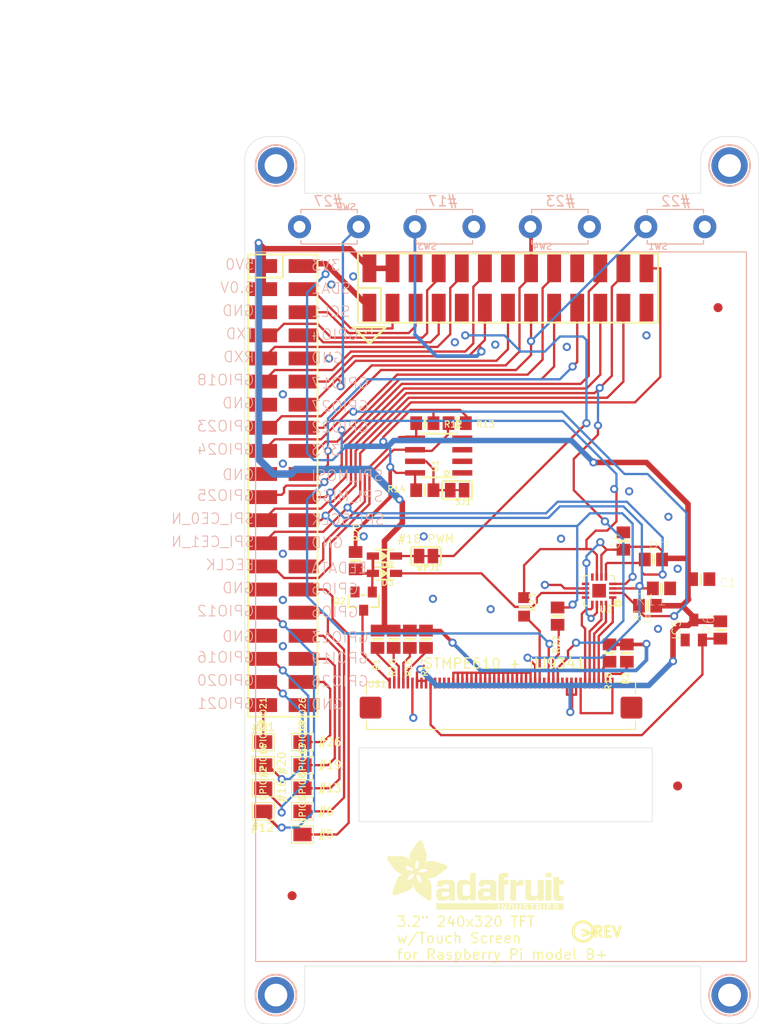
<source format=kicad_pcb>
(kicad_pcb (version 20211014) (generator pcbnew)
  (layers (0 "F.Cu" signal) (1 "In1.Cu" signal) (2 "In2.Cu" signal) (3 "In3.Cu" signal) (4 "In4.Cu" signal) (5 "In5.Cu" signal) (6 "In6.Cu" signal) (7 "In7.Cu" signal) (8 "In8.Cu" signal) (9 "In9.Cu" signal) (10 "In10.Cu" signal) (11 "In11.Cu" signal) (12 "In12.Cu" signal) (13 "In13.Cu" signal) (14 "In14.Cu" signal) (31 "B.Cu" signal) (34 "B.Paste" user) (35 "F.Paste" user) (36 "B.SilkS" user "B.Silkscreen") (37 "F.SilkS" user "F.Silkscreen") (38 "B.Mask" user) (39 "F.Mask" user) (44 "Edge.Cuts" user))
  (net 0 "")
  (net 1 "GND")
  (net 2 "+5V")
  (net 3 "MISO")
  (net 4 "TFT_RST")
  (net 5 "XL")
  (net 6 "XR")
  (net 7 "YU")
  (net 8 "YD")
  (net 9 "RT_CS")
  (net 10 "RT_INT")
  (net 11 "3.3V")
  (net 12 "N$6")
  (net 13 "N$7")
  (net 14 "N$8")
  (net 15 "N$17")
  (net 16 "N$18")
  (net 17 "SCLK")
  (net 18 "MOSI")
  (net 19 "GPIO23")
  (net 20 "GPIO22")
  (net 21 "GPIO27")
  (net 22 "GPIO18")
  (net 23 "TFT_DC")
  (net 24 "TFT_CS")
  (net 25 "N$3")
  (net 26 "EECLK")
  (net 27 "EEDATA")
  (net 28 "N$16")
  (net 29 "N$5")
  (net 30 "GPIO6")
  (net 31 "N$9")
  (net 32 "N$10")
  (net 33 "N$13")
  (net 34 "N$14")
  (net 35 "GPIO16")
  (net 36 "N$15")
  (net 37 "N$19")
  (net 38 "N$20")
  (net 39 "N$21")
  (net 40 "N$22")
  (net 41 "N$23")
  (net 42 "N$24")
  (net 43 "N$25")
  (net 44 "N$26")
  (net 45 "N$28")
  (net 46 "SDI")
  (net 47 "SPICLK")
  (net 48 "N$1")
  (net 49 "N$2")
  (net 50 "GPIO17")
  (footprint "" (layer "F.Cu") (at 125.3236 62.4586)
    (fp_text reference "@HOLE1" hide)
    (fp_text value "")
  )
  (footprint "boardEagle:PAD-1.5X2.0" (layer "F.Cu") (at 122.2756 130.4036 90)
    (fp_text reference "GPIO12")
    (fp_text value "")
  )
  (footprint "" (layer "F.Cu") (at 126.2126 147.4216)
    (fp_text reference "@HOLE14" hide)
    (fp_text value "")
  )
  (footprint "boardEagle:SOIC8_150MIL" (layer "F.Cu") (at 141.5796 91.2876 90)
    (fp_text reference "U1")
    (fp_text value "CAT24C32")
  )
  (footprint "boardEagle:PCBFEAT-REV-056" (layer "F.Cu") (at 157.4546 143.6116)
    (fp_text reference "U$19" hide)
    (fp_text value "" hide)
  )
  (footprint "boardEagle:0805-NO" (layer "F.Cu") (at 134.8486 111.4806 -90)
    (fp_text reference "R1")
    (fp_text value "100")
  )
  (footprint "boardEagle:SOD-323" (layer "F.Cu") (at 135.6106 104.2416 180)
    (fp_text reference "D3")
    (fp_text value "1N4148")
  )
  (footprint "boardEagle:ADAFRUIT_TEXT_20MM" (layer "F.Cu") (at 135.7376 141.1986)
    (fp_text reference "U$23" hide)
    (fp_text value "" hide)
  )
  (footprint "boardEagle:0805-NO" (layer "F.Cu") (at 140.1826 111.4806 -90)
    (fp_text reference "R17")
    (fp_text value "100")
  )
  (footprint "boardEagle:PAD-1.5X2.0" (layer "F.Cu") (at 122.2756 127.8636 90)
    (fp_text reference "GPIO16")
    (fp_text value "")
  )
  (footprint "boardEagle:_0805MP" (layer "F.Cu") (at 150.9776 107.9246 -90)
    (fp_text reference "R23")
    (fp_text value "22")
  )
  (footprint "" (layer "F.Cu") (at 123.5456 147.4216)
    (fp_text reference "@HOLE17" hide)
    (fp_text value "")
  )
  (footprint "boardEagle:FIDUCIAL_1MM" (layer "F.Cu") (at 167.8686 127.6096 90)
    (fp_text reference "U$10" hide)
    (fp_text value "FIDUCIAL\"\"" hide)
  )
  (footprint "boardEagle:0805-NO" (layer "F.Cu") (at 164.5666 107.7976 180)
    (fp_text reference "R8")
    (fp_text value "DNP")
  )
  (footprint "boardEagle:0805-NO" (layer "F.Cu") (at 162.2806 113.0046 -90)
    (fp_text reference "R2")
    (fp_text value "100")
  )
  (footprint "boardEagle:0805-NO" (layer "F.Cu") (at 161.8996 100.6856 90)
    (fp_text reference "C4")
    (fp_text value "0.1uF")
  )
  (footprint "boardEagle:SOLDERJUMPER_CLOSEDWIRE" (layer "F.Cu") (at 140.1826 102.3366 180)
    (fp_text reference "WPJ1")
    (fp_text value "")
  )
  (footprint "boardEagle:PAD-1.5X2.0" (layer "F.Cu") (at 126.5936 125.3236 90)
    (fp_text reference "GPIO19")
    (fp_text value "")
  )
  (footprint "" (layer "F.Cu") (at 121.7676 147.4216)
    (fp_text reference "@HOLE19" hide)
    (fp_text value "")
  )
  (footprint "" (layer "F.Cu") (at 173.5836 147.4216)
    (fp_text reference "@HOLE24" hide)
    (fp_text value "")
  )
  (footprint "boardEagle:0805-NO" (layer "F.Cu") (at 160.3756 113.0046 -90)
    (fp_text reference "R18")
    (fp_text value "100")
  )
  (footprint "boardEagle:0805-NO" (layer "F.Cu") (at 165.2016 102.7176)
    (fp_text reference "R7")
    (fp_text value "10K")
  )
  (footprint "" (layer "F.Cu") (at 174.4726 147.4216)
    (fp_text reference "@HOLE23" hide)
    (fp_text value "")
  )
  (footprint "" (layer "F.Cu") (at 172.6946 62.4586)
    (fp_text reference "@HOLE11" hide)
    (fp_text value "")
  )
  (footprint "boardEagle:SOT23-WIDE" (layer "F.Cu") (at 133.3246 107.2896 180)
    (fp_text reference "Q2")
    (fp_text value "BSS138")
  )
  (footprint "boardEagle:0805-NO" (layer "F.Cu") (at 140.0556 95.0976 180)
    (fp_text reference "R14")
    (fp_text value "3.9K")
  )
  (footprint "" (layer "F.Cu") (at 174.4726 62.4586)
    (fp_text reference "@HOLE9" hide)
    (fp_text value "")
  )
  (footprint "boardEagle:0805-NO" (layer "F.Cu") (at 140.0556 87.7316)
    (fp_text reference "R12")
    (fp_text value "3.9K")
  )
  (footprint "boardEagle:FIDUCIAL_1MM" (layer "F.Cu") (at 125.4506 139.6746 180)
    (fp_text reference "U$11" hide)
    (fp_text value "FIDUCIAL\"\"" hide)
  )
  (footprint "boardEagle:SOLDERJUMPER_CLOSEDWIRE" (layer "F.Cu") (at 143.6116 95.0976 180)
    (fp_text reference "SJ1")
    (fp_text value "WP")
  )
  (footprint "boardEagle:0805-NO" (layer "F.Cu") (at 143.6116 87.7316)
    (fp_text reference "R13")
    (fp_text value "3.9K")
  )
  (footprint "boardEagle:QFN16_3MM" (layer "F.Cu") (at 159.2326 106.1466 180)
    (fp_text reference "U2")
    (fp_text value "STMPE610")
  )
  (footprint "boardEagle:SOD-323" (layer "F.Cu") (at 135.6106 102.3366 180)
    (fp_text reference "D4")
    (fp_text value "1N4148")
  )
  (footprint "" (layer "F.Cu") (at 172.6946 147.4216)
    (fp_text reference "@HOLE25" hide)
    (fp_text value "")
  )
  (footprint "boardEagle:0805-NO" (layer "F.Cu") (at 138.4046 111.4806 -90)
    (fp_text reference "R16")
    (fp_text value "100")
  )
  (footprint "" (layer "F.Cu") (at 171.8056 62.4586)
    (fp_text reference "@HOLE12" hide)
    (fp_text value "")
  )
  (footprint "boardEagle:PAD-1.5X2.0" (layer "F.Cu") (at 126.5936 127.8636 90)
    (fp_text reference "GPIO13")
    (fp_text value "")
  )
  (footprint "boardEagle:0805-NO" (layer "F.Cu") (at 132.4356 102.8446 90)
    (fp_text reference "R20")
    (fp_text value "3.9K")
  )
  (footprint "" (layer "F.Cu") (at 175.3616 62.4586)
    (fp_text reference "@HOLE8" hide)
    (fp_text value "")
  )
  (footprint "" (layer "F.Cu") (at 121.7676 62.4586)
    (fp_text reference "@HOLE5" hide)
    (fp_text value "")
  )
  (footprint "" (layer "F.Cu") (at 120.8786 147.4216)
    (fp_text reference "@HOLE20" hide)
    (fp_text value "")
  )
  (footprint "" (layer "F.Cu") (at 126.2126 62.4586)
    (fp_text reference "@HOLE0" hide)
    (fp_text value "")
  )
  (footprint "" (layer "F.Cu") (at 124.4346 147.4216)
    (fp_text reference "@HOLE16" hide)
    (fp_text value "")
  )
  (footprint "" (layer "F.Cu") (at 175.3616 147.4216)
    (fp_text reference "@HOLE22" hide)
    (fp_text value "")
  )
  (footprint "" (layer "F.Cu") (at 125.3236 147.4216)
    (fp_text reference "@HOLE15" hide)
    (fp_text value "")
  )
  (footprint "boardEagle:0805-NO" (layer "F.Cu") (at 136.6266 111.4806 -90)
    (fp_text reference "R15")
    (fp_text value "100")
  )
  (footprint "boardEagle:0805-NO" (layer "F.Cu") (at 154.6606 108.9406 -90)
    (fp_text reference "R22")
    (fp_text value "22")
  )
  (footprint "" (layer "F.Cu") (at 171.8056 147.4216)
    (fp_text reference "@HOLE26" hide)
    (fp_text value "")
  )
  (footprint "" (layer "F.Cu") (at 176.2506 62.4586)
    (fp_text reference "@HOLE7" hide)
    (fp_text value "")
  )
  (footprint "" (layer "F.Cu") (at 120.8786 62.4586)
    (fp_text reference "@HOLE6" hide)
    (fp_text value "")
  )
  (footprint "boardEagle:PAD-1.5X2.0" (layer "F.Cu") (at 122.2756 122.7836 90)
    (fp_text reference "GPIO21")
    (fp_text value "")
  )
  (footprint "" (layer "F.Cu") (at 176.2506 147.4216)
    (fp_text reference "@HOLE21" hide)
    (fp_text value "")
  )
  (footprint "" (layer "F.Cu") (at 122.6566 147.4216)
    (fp_text reference "@HOLE18" hide)
    (fp_text value "")
  )
  (footprint "" (layer "F.Cu") (at 170.9166 62.4586)
    (fp_text reference "@HOLE13" hide)
    (fp_text value "")
  )
  (footprint "" (layer "F.Cu") (at 170.9166 147.4216)
    (fp_text reference "@HOLE27" hide)
    (fp_text value "")
  )
  (footprint "boardEagle:PAD-1.5X2.0" (layer "F.Cu") (at 126.5936 122.7836 90)
    (fp_text reference "GPIO26")
    (fp_text value "")
  )
  (footprint "" (layer "F.Cu") (at 122.6566 62.4586)
    (fp_text reference "@HOLE4" hide)
    (fp_text value "")
  )
  (footprint "boardEagle:FIDUCIAL_1MM" (layer "F.Cu") (at 172.3136 75.0316)
    (fp_text reference "U$18" hide)
    (fp_text value "FIDUCIAL\"\"" hide)
  )
  (footprint "boardEagle:PAD-1.5X2.0" (layer "F.Cu") (at 126.5936 130.4036 90)
    (fp_text reference "GPIO6")
    (fp_text value "")
  )
  (footprint "" (layer "F.Cu") (at 124.4346 62.4586)
    (fp_text reference "@HOLE2" hide)
    (fp_text value "")
  )
  (footprint "boardEagle:SOT23" (layer "F.Cu") (at 169.6466 110.4646)
    (fp_text reference "IC5")
    (fp_text value "AXP803")
  )
  (footprint "boardEagle:0805-NO" (layer "F.Cu") (at 172.5676 110.4646 90)
    (fp_text reference "R6")
    (fp_text value "10K")
  )
  (footprint "boardEagle:0805-NO" (layer "F.Cu") (at 170.4086 104.8766)
    (fp_text reference "C1")
    (fp_text value "10uF")
  )
  (footprint "" (layer "F.Cu") (at 123.5456 62.4586)
    (fp_text reference "@HOLE3" hide)
    (fp_text value "")
  )
  (footprint "boardEagle:PAD-1.5X2.0" (layer "F.Cu") (at 122.2756 125.3236 90)
    (fp_text reference "GPIO20")
    (fp_text value "")
  )
  (footprint "boardEagle:2X13_SMT_MALE" (layer "F.Cu") (at 149.1996 72.8726)
    (fp_text reference "JP1" hide)
    (fp_text value "" hide)
  )
  (footprint "boardEagle:0805-NO" (layer "F.Cu") (at 166.0906 105.8926 180)
    (fp_text reference "R11")
    (fp_text value "10K")
  )
  (footprint "boardEagle:PAD-1.5X2.0" (layer "F.Cu") (at 126.5936 132.9436 90)
    (fp_text reference "GPIO5")
    (fp_text value "")
  )
  (footprint "" (layer "F.Cu") (at 173.5836 62.4586)
    (fp_text reference "@HOLE10" hide)
    (fp_text value "")
  )
  (footprint "boardEagle:MOUNTINGHOLE_2.5_PLATED_THICK" (layer "B.Cu") (at 173.5836 59.4106 90)
    (fp_text reference "U$16" hide)
    (fp_text value "MOUNTINGHOLE2.5_THICK" hide)
  )
  (footprint "boardEagle:TACT_PANA-EVQ" (layer "B.Cu") (at 129.5146 66.1416 180)
    (fp_text reference "SW2")
    (fp_text value "")
  )
  (footprint "boardEagle:RASPBERRYPI_BPLUS_SHIELD_SMT" (layer "B.Cu") (at 177.0126 147.2946 180)
    (fp_text reference "RPI1" hide)
    (fp_text value "RASPBERRYPI_BPLUS_SMT" hide)
  )
  (footprint "boardEagle:MOUNTINGHOLE_2.5_PLATED_THICK" (layer "B.Cu") (at 173.5836 150.5966 180)
    (fp_text reference "U$17" hide)
    (fp_text value "MOUNTINGHOLE2.5_THICK" hide)
  )
  (footprint "boardEagle:MOUNTINGHOLE_2.5_PLATED_THICK" (layer "B.Cu") (at 123.6726 59.4106 180)
    (fp_text reference "U$20" hide)
    (fp_text value "MOUNTINGHOLE2.5_THICK" hide)
  )
  (footprint "boardEagle:TACT_PANA-EVQ" (layer "B.Cu") (at 142.2146 66.1416)
    (fp_text reference "SW3")
    (fp_text value "")
  )
  (footprint "boardEagle:TACT_PANA-EVQ" (layer "B.Cu") (at 167.6146 66.1416)
    (fp_text reference "SW1")
    (fp_text value "")
  )
  (footprint "boardEagle:TACT_PANA-EVQ" (layer "B.Cu") (at 154.9146 66.1416)
    (fp_text reference "SW4")
    (fp_text value "")
  )
  (footprint "boardEagle:TFT_3.2IN_240X320_50PIN" (layer "B.Cu") (at 148.4376 106.9086 180)
    (fp_text reference "U$1")
    (fp_text value "DISP_LCD_6LED_240X320_50PIN")
  )
  (footprint "boardEagle:MOUNTINGHOLE_2.5_PLATED_THICK" (layer "B.Cu") (at 123.6726 150.5966 90)
    (fp_text reference "U$15" hide)
    (fp_text value "MOUNTINGHOLE2.5_THICK" hide)
  )
  (gr_line (start 132.1816 77.1906) (end 135.7376 77.1906) (layer "F.SilkS") (width 0.254))
  (gr_line (start 135.7376 77.1906) (end 133.9596 78.9686) (layer "F.SilkS") (width 0.254))
  (gr_line (start 133.9596 78.9686) (end 132.1816 77.1906) (layer "F.SilkS") (width 0.254))
  (gr_line (start 132.8166 123.4186) (end 132.8166 131.5466) (layer "Edge.Cuts") (width 0.05))
  (gr_line (start 124.3076 153.7716) (end 122.7836 153.7716) (layer "Edge.Cuts") (width 0.05))
  (gr_arc (start 120.2436 58.7756) (mid 120.987549 56.979549) (end 122.7836 56.2356) (layer "Edge.Cuts") (width 0.05))
  (gr_line (start 126.8476 58.7756) (end 126.8476 62.4586) (layer "Edge.Cuts") (width 0.05))
  (gr_line (start 126.8476 147.4216) (end 126.8476 151.2316) (layer "Edge.Cuts") (width 0.05))
  (gr_line (start 172.9486 56.2356) (end 174.2186 56.2356) (layer "Edge.Cuts") (width 0.05))
  (gr_line (start 176.7586 58.7756) (end 176.7586 151.2316) (layer "Edge.Cuts") (width 0.05))
  (gr_line (start 126.8476 62.4586) (end 170.4086 62.4586) (layer "Edge.Cuts") (width 0.05))
  (gr_arc (start 172.9486 153.7716) (mid 171.152549 153.027651) (end 170.4086 151.2316) (layer "Edge.Cuts") (width 0.05))
  (gr_arc (start 174.2186 56.2356) (mid 176.014651 56.979549) (end 176.7586 58.7756) (layer "Edge.Cuts") (width 0.05))
  (gr_line (start 170.4086 62.4586) (end 170.4086 58.7756) (layer "Edge.Cuts") (width 0.05))
  (gr_line (start 132.8166 131.5466) (end 165.0746 131.5466) (layer "Edge.Cuts") (width 0.05))
  (gr_arc (start 176.7586 151.2316) (mid 176.014651 153.027651) (end 174.2186 153.7716) (layer "Edge.Cuts") (width 0.05))
  (gr_line (start 170.4086 147.4216) (end 126.8476 147.4216) (layer "Edge.Cuts") (width 0.05))
  (gr_line (start 174.2186 153.7716) (end 172.9486 153.7716) (layer "Edge.Cuts") (width 0.05))
  (gr_arc (start 124.3076 56.2356) (mid 126.103651 56.979549) (end 126.8476 58.7756) (layer "Edge.Cuts") (width 0.05))
  (gr_arc (start 122.7836 153.7716) (mid 120.987549 153.027651) (end 120.2436 151.2316) (layer "Edge.Cuts") (width 0.05))
  (gr_line (start 122.7836 56.2356) (end 124.3076 56.2356) (layer "Edge.Cuts") (width 0.05))
  (gr_line (start 120.2436 151.2316) (end 120.2436 58.7756) (layer "Edge.Cuts") (width 0.05))
  (gr_line (start 165.0746 131.5466) (end 165.0746 123.4186) (layer "Edge.Cuts") (width 0.05))
  (gr_line (start 165.0746 123.4186) (end 132.8166 123.4186) (layer "Edge.Cuts") (width 0.05))
  (gr_arc (start 170.4086 58.7756) (mid 171.152549 56.979549) (end 172.9486 56.2356) (layer "Edge.Cuts") (width 0.05))
  (gr_arc (start 126.8476 151.2316) (mid 126.103651 153.027651) (end 124.3076 153.7716) (layer "Edge.Cuts") (width 0.05))
  (gr_line (start 170.4086 151.2316) (end 170.4086 147.4216) (layer "Edge.Cuts") (width 0.05))
  (gr_text "#17" (at 143.7386 63.9826) (layer "B.SilkS") (effects (font (size 1.1176 1.1176) (thickness 0.1524)) (justify left bottom mirror)))
  (gr_text "#22" (at 169.3926 63.9826) (layer "B.SilkS") (effects (font (size 1.1176 1.1176) (thickness 0.1524)) (justify left bottom mirror)))
  (gr_text "#27" (at 131.1656 63.9826) (layer "B.SilkS") (effects (font (size 1.1176 1.1176) (thickness 0.1524)) (justify left bottom mirror)))
  (gr_text "#23" (at 156.6926 63.9826) (layer "B.SilkS") (effects (font (size 1.1176 1.1176) (thickness 0.1524)) (justify left bottom mirror)))
  (gr_text "#13" (at 128.2446 128.3716) (layer "F.SilkS") (effects (font (size 0.87376 0.87376) (thickness 0.14224)) (justify left bottom)))
  (gr_text "#21" (at 123.6726 120.6246) (layer "F.SilkS") (effects (font (size 0.87376 0.87376) (thickness 0.14224)) (justify right top)))
  (gr_text "3.2\" 240x320 TFT\nw/Touch Screen\nfor Raspberry Pi model B+" (at 136.8806 146.7866) (layer "F.SilkS") (effects (font (size 1.1176 1.1176) (thickness 0.1524)) (justify left bottom)))
  (gr_text "#16" (at 124.8156 129.5146 90) (layer "F.SilkS") (effects (font (size 0.87376 0.87376) (thickness 0.14224)) (justify left bottom)))
  (gr_text "#6" (at 128.2446 130.9116) (layer "F.SilkS") (effects (font (size 0.87376 0.87376) (thickness 0.14224)) (justify left bottom)))
  (gr_text "#26" (at 128.2446 123.2916) (layer "F.SilkS") (effects (font (size 0.87376 0.87376) (thickness 0.14224)) (justify left bottom)))
  (gr_text "STMPE610 + ILI9341" (at 148.8186 114.1476) (layer "F.SilkS") (effects (font (size 1.1176 1.1176) (thickness 0.1524))))
  (gr_text "#20" (at 124.8156 126.4666 90) (layer "F.SilkS") (effects (font (size 0.87376 0.87376) (thickness 0.14224)) (justify left bottom)))
  (gr_text "#5" (at 128.2446 133.4516) (layer "F.SilkS") (effects (font (size 0.87376 0.87376) (thickness 0.14224)) (justify left bottom)))
  (gr_text "#12" (at 123.5456 131.6736) (layer "F.SilkS") (effects (font (size 0.87376 0.87376) (thickness 0.14224)) (justify right top)))
  (gr_text "1" (at 134.3406 78.0796 90) (layer "F.SilkS") (effects (font (size 0.89408 0.89408) (thickness 0.12192)) (justify left bottom)))
  (gr_text "#19" (at 128.2446 125.8316) (layer "F.SilkS") (effects (font (size 0.87376 0.87376) (thickness 0.14224)) (justify left bottom)))
  (gr_text "#18 PWM" (at 143.3576 99.9236) (layer "F.SilkS") (effects (font (size 0.89408 0.89408) (thickness 0.12192)) (justify right top)))
  (segment (start 160.6876 116.2986) (end 160.6876 119.6086) (width 0.254) (layer "F.Cu") (net 1))
  (segment (start 157.2006 117.8306) (end 157.2006 117.5526) (width 0.254) (layer "F.Cu") (net 1))
  (segment (start 155.4186 105.8966) (end 155.0336 105.5116) (width 0.254) (layer "F.Cu") (net 1))
  (segment (start 157.1876 116.2986) (end 157.2006 116.3116) (width 0.254) (layer "F.Cu") (net 1))
  (segment (start 138.6876 120.1166) (end 138.7856 120.1166) (width 0.254) (layer "F.Cu") (net 1))
  (segment (start 155.0336 105.5116) (end 153.2636 105.5116) (width 0.254) (layer "F.Cu") (net 1))
  (segment (start 157.7326 105.8966) (end 155.4186 105.8966) (width 0.254) (layer "F.Cu") (net 1))
  (segment (start 157.2006 119.6086) (end 157.2006 117.8306) (width 0.254) (layer "F.Cu") (net 1))
  (segment (start 160.6876 119.6086) (end 157.2006 119.6086) (width 0.254) (layer "F.Cu") (net 1))
  (segment (start 138.6876 116.2986) (end 138.6876 120.1166) (width 0.254) (layer "F.Cu") (net 1))
  (segment (start 157.2006 116.3116) (end 157.2006 117.5526) (width 0.254) (layer "F.Cu") (net 1))
  (via (at 124.4346 112.2426) (size 0.9064) (drill 0.5) (layers "F.Cu" "B.Cu") (net 1))
  (via (at 162.5346 95.2246) (size 0.9064) (drill 0.5) (layers "F.Cu" "B.Cu") (net 1))
  (via (at 167.8686 103.7336) (size 0.9064) (drill 0.5) (layers "F.Cu" "B.Cu") (net 1))
  (via (at 166.8526 98.0186) (size 0.889) (drill 0.4826) (layers "F.Cu" "B.Cu") (net 1))
  (via (at 139.9286 100.1776) (size 0.9064) (drill 0.5) (layers "F.Cu" "B.Cu") (net 1))
  (via (at 147.2946 108.1786) (size 0.9064) (drill 0.5) (layers "F.Cu" "B.Cu") (net 1))
  (via (at 124.4346 107.1626) (size 0.9064) (drill 0.5) (layers "F.Cu" "B.Cu") (net 1))
  (via (at 133.3246 100.1776) (size 0.9064) (drill 0.5) (layers "F.Cu" "B.Cu") (net 1))
  (via (at 124.4346 102.0826) (size 0.9064) (drill 0.5) (layers "F.Cu" "B.Cu") (net 1))
  (via (at 138.7856 120.1166) (size 0.9064) (drill 0.5) (layers "F.Cu" "B.Cu") (net 1))
  (via (at 164.4396 78.0796) (size 0.9064) (drill 0.5) (layers "F.Cu" "B.Cu") (net 1))
  (via (at 129.5146 80.6196) (size 0.9064) (drill 0.5) (layers "F.Cu" "B.Cu") (net 1))
  (via (at 155.6766 79.3496) (size 0.9064) (drill 0.5) (layers "F.Cu" "B.Cu") (net 1))
  (via (at 124.4346 92.1766) (size 0.9064) (drill 0.5) (layers "F.Cu" "B.Cu") (net 1))
  (via (at 153.2636 105.5116) (size 0.9064) (drill 0.5) (layers "F.Cu" "B.Cu") (net 1))
  (via (at 143.3576 78.8416) (size 0.9064) (drill 0.5) (layers "F.Cu" "B.Cu") (net 1))
  (via (at 124.4346 84.5566) (size 0.9064) (drill 0.5) (layers "F.Cu" "B.Cu") (net 1))
  (via (at 155.0416 100.4316) (size 0.9064) (drill 0.5) (layers "F.Cu" "B.Cu") (net 1))
  (via (at 165.7096 110.3376) (size 0.889) (drill 0.4826) (layers "F.Cu" "B.Cu") (net 1))
  (via (at 132.1816 71.6026) (size 0.9064) (drill 0.5) (layers "F.Cu" "B.Cu") (net 1))
  (via (at 140.9446 107.0356) (size 0.9064) (drill 0.5) (layers "F.Cu" "B.Cu") (net 1))
  (via (at 147.8026 79.0956) (size 0.9064) (drill 0.5) (layers "F.Cu" "B.Cu") (net 1))
  (via (at 129.7686 72.4916) (size 0.9064) (drill 0.5) (layers "F.Cu" "B.Cu") (net 1))
  (segment (start 141.7726 110.5306) (end 143.1036 111.8616) (width 0.4064) (layer "F.Cu") (net 2))
  (segment (start 135.7376 110.5306) (end 136.6266 110.5306) (width 0.4064) (layer "F.Cu") (net 2))
  (segment (start 135.6106 100.6856) (end 135.6106 110.4036) (width 0.6096) (layer "F.Cu") (net 2))
  (segment (start 138.4046 110.5306) (end 140.1826 110.5306) (width 0.4064) (layer "F.Cu") (net 2))
  (segment (start 122.4026 68.5546) (end 131.8006 68.5546) (width 0.6096) (layer "F.Cu") (net 2))
  (segment (start 137.5766 96.4286) (end 137.5766 98.7196) (width 0.6096) (layer "F.Cu") (net 2))
  (segment (start 122.2756 68.6816) (end 122.4026 68.5546) (width 0.6096) (layer "F.Cu") (net 2))
  (segment (start 164.3736 112.0546) (end 162.2806 112.0546) (width 0.4064) (layer "F.Cu") (net 2))
  (segment (start 160.3756 112.0546) (end 162.2806 112.0546) (width 0.4064) (layer "F.Cu") (net 2))
  (segment (start 136.6266 110.5306) (end 138.4046 110.5306) (width 0.4064) (layer "F.Cu") (net 2))
  (segment (start 122.2756 72.9996) (end 122.2756 70.4596) (width 0.6096) (layer "F.Cu") (net 2))
  (segment (start 121.7676 67.9196) (end 122.4026 68.5546) (width 0.6096) (layer "F.Cu") (net 2))
  (segment (start 137.5766 96.4286) (end 137.2616 96.1136) (width 0.6096) (layer "F.Cu") (net 2))
  (segment (start 134.8486 110.5306) (end 135.7376 110.5306) (width 0.4064) (layer "F.Cu") (net 2))
  (segment (start 131.8006 68.5546) (end 133.9596 70.7136) (width 0.6096) (layer "F.Cu") (net 2))
  (segment (start 140.1826 110.5306) (end 141.7726 110.5306) (width 0.4064) (layer "F.Cu") (net 2))
  (segment (start 122.2756 70.4596) (end 122.2756 68.6816) (width 0.6096) (layer "F.Cu") (net 2))
  (segment (start 133.9596 70.7136) (end 136.4996 70.7136) (width 0.6096) (layer "F.Cu") (net 2))
  (segment (start 135.6106 110.4036) (end 135.7376 110.5306) (width 0.6096) (layer "F.Cu") (net 2))
  (segment (start 137.5766 98.7196) (end 135.6106 100.6856) (width 0.6096) (layer "F.Cu") (net 2))
  (segment (start 164.4396 111.9886) (end 164.3736 112.0546) (width 0.4064) (layer "F.Cu") (net 2))
  (via (at 164.4396 111.9886) (size 0.9064) (drill 0.5) (layers "F.Cu" "B.Cu") (net 2))
  (via (at 121.7676 67.9196) (size 0.889) (drill 0.4826) (layers "F.Cu" "B.Cu") (net 2))
  (via (at 137.2616 96.1136) (size 0.889) (drill 0.4826) (layers "F.Cu" "B.Cu") (net 2))
  (via (at 143.1036 111.8616) (size 0.9064) (drill 0.5) (layers "F.Cu" "B.Cu") (net 2))
  (segment (start 125.3236 93.3196) (end 125.8316 92.8116) (width 0.8128) (layer "B.Cu") (net 2))
  (segment (start 125.8316 92.8116) (end 133.9596 92.8116) (width 0.8128) (layer "B.Cu") (net 2))
  (segment (start 123.4186 93.3196) (end 121.7676 91.6686) (width 0.8128) (layer "B.Cu") (net 2))
  (segment (start 164.4396 113.7666) (end 164.4396 111.9886) (width 0.4064) (layer "B.Cu") (net 2))
  (segment (start 146.1516 114.9096) (end 163.2966 114.9096) (width 0.4064) (layer "B.Cu") (net 2))
  (segment (start 143.1036 111.8616) (end 146.1516 114.9096) (width 0.4064) (layer "B.Cu") (net 2))
  (segment (start 133.9596 92.8116) (end 137.2616 96.1136) (width 0.8128) (layer "B.Cu") (net 2))
  (segment (start 121.7676 91.6686) (end 121.7676 67.9196) (width 0.8128) (layer "B.Cu") (net 2))
  (segment (start 163.2966 114.9096) (end 164.4396 113.7666) (width 0.4064) (layer "B.Cu") (net 2))
  (segment (start 123.4186 93.3196) (end 125.3236 93.3196) (width 0.8128) (layer "B.Cu") (net 2))
  (segment (start 159.3596 82.3976) (end 159.3596 75.0316) (width 0.254) (layer "F.Cu") (net 3))
  (segment (start 163.4196 105.8966) (end 163.6776 105.6386) (width 0.254) (layer "F.Cu") (net 3))
  (segment (start 157.8356 83.9216) (end 159.3596 82.3976) (width 0.254) (layer "F.Cu") (net 3))
  (segment (start 129.6416 95.3516) (end 129.1336 95.8596) (width 0.254) (layer "F.Cu") (net 3))
  (segment (start 152.1876 114.3416) (end 151.3586 113.5126) (width 0.254) (layer "F.Cu") (net 3))
  (segment (start 137.7696 83.9216) (end 157.8356 83.9216) (width 0.254) (layer "F.Cu") (net 3))
  (segment (start 131.4196 93.5736) (end 129.6416 95.3516) (width 0.254) (layer "F.Cu") (net 3))
  (segment (start 152.1876 116.2986) (end 152.1876 114.3416) (width 0.254) (layer "F.Cu") (net 3))
  (segment (start 131.4196 90.2716) (end 131.4196 93.5736) (width 0.254) (layer "F.Cu") (net 3))
  (segment (start 129.1336 95.8596) (end 126.5936 95.8596) (width 0.254) (layer "F.Cu") (net 3))
  (segment (start 163.9316 105.8926) (end 163.6776 105.6386) (width 0.254) (layer "F.Cu") (net 3))
  (segment (start 137.7696 83.9216) (end 131.4196 90.2716) (width 0.254) (layer "F.Cu") (net 3))
  (segment (start 165.1406 105.8926) (end 163.9316 105.8926) (width 0.254) (layer "F.Cu") (net 3))
  (segment (start 160.7326 105.8966) (end 163.4196 105.8966) (width 0.254) (layer "F.Cu") (net 3))
  (via (at 129.6416 95.3516) (size 0.889) (drill 0.4826) (layers "F.Cu" "B.Cu") (net 3))
  (via (at 151.3586 113.5126) (size 0.9064) (drill 0.5) (layers "F.Cu" "B.Cu") (net 3))
  (via (at 163.6776 105.6386) (size 0.9064) (drill 0.5) (layers "F.Cu" "B.Cu") (net 3))
  (segment (start 153.6446 98.1456) (end 154.9146 96.8756) (width 0.254) (layer "B.Cu") (net 3))
  (segment (start 159.4866 113.5126) (end 163.6776 109.3216) (width 0.254) (layer "B.Cu") (net 3))
  (segment (start 154.9146 96.8756) (end 161.8996 96.8756) (width 0.254) (layer "B.Cu") (net 3))
  (segment (start 163.6776 109.3216) (end 163.6776 105.6386) (width 0.254) (layer "B.Cu") (net 3))
  (segment (start 131.1656 98.1456) (end 129.6416 96.6216) (width 0.254) (layer "B.Cu") (net 3))
  (segment (start 131.1656 98.1456) (end 153.6446 98.1456) (width 0.254) (layer "B.Cu") (net 3))
  (segment (start 129.6416 96.6216) (end 129.6416 95.3516) (width 0.254) (layer "B.Cu") (net 3))
  (segment (start 151.3586 113.5126) (end 159.4866 113.5126) (width 0.254) (layer "B.Cu") (net 3))
  (segment (start 163.9316 105.3846) (end 163.9316 98.9076) (width 0.254) (layer "B.Cu") (net 3))
  (segment (start 163.6776 105.6386) (end 163.9316 105.3846) (width 0.254) (layer "B.Cu") (net 3))
  (segment (start 161.8996 96.8756) (end 163.9316 98.9076) (width 0.254) (layer "B.Cu") (net 3))
  (segment (start 170.5966 111.5646) (end 170.7466 111.4146) (width 0.254) (layer "F.Cu") (net 4))
  (segment (start 163.9316 122.0216) (end 141.8336 122.0216) (width 0.254) (layer "F.Cu") (net 4))
  (segment (start 170.5966 115.3566) (end 170.5966 111.5646) (width 0.254) (layer "F.Cu") (net 4))
  (segment (start 170.5966 115.3566) (end 163.9316 122.0216) (width 0.254) (layer "F.Cu") (net 4))
  (segment (start 170.7466 111.4146) (end 172.5676 111.4146) (width 0.254) (layer "F.Cu") (net 4))
  (segment (start 141.8336 122.0216) (end 140.6876 120.8756) (width 0.254) (layer "F.Cu") (net 4))
  (segment (start 140.6876 120.8756) (end 140.6876 116.2986) (width 0.254) (layer "F.Cu") (net 4))
  (segment (start 158.6876 110.8826) (end 159.9826 109.5876) (width 0.254) (layer "F.Cu") (net 5))
  (segment (start 158.6876 110.8826) (end 158.6876 116.2986) (width 0.254) (layer "F.Cu") (net 5))
  (segment (start 159.9826 107.6466) (end 159.9826 109.5876) (width 0.254) (layer "F.Cu") (net 5))
  (segment (start 157.3276 109.9566) (end 157.6876 110.3166) (width 0.254) (layer "F.Cu") (net 6))
  (segment (start 157.8356 108.1786) (end 158.3436 108.1786) (width 0.254) (layer "F.Cu") (net 6))
  (segment (start 157.3276 109.9566) (end 157.3276 108.6866) (width 0.254) (layer "F.Cu") (net 6))
  (segment (start 158.4826 107.6466) (end 158.4826 108.0396) (width 0.254) (layer "F.Cu") (net 6))
  (segment (start 157.3276 108.6866) (end 157.8356 108.1786) (width 0.254) (layer "F.Cu") (net 6))
  (segment (start 158.4826 108.0396) (end 158.3436 108.1786) (width 0.254) (layer "F.Cu") (net 6))
  (segment (start 157.6876 110.3166) (end 157.6876 116.2986) (width 0.254) (layer "F.Cu") (net 6))
  (segment (start 160.7326 106.8966) (end 160.7326 109.5996) (width 0.254) (layer "F.Cu") (net 7))
  (segment (start 159.1876 111.1446) (end 160.7326 109.5996) (width 0.254) (layer "F.Cu") (net 7))
  (segment (start 159.1876 111.1446) (end 159.1876 116.2986) (width 0.254) (layer "F.Cu") (net 7))
  (segment (start 159.4826 107.6466) (end 159.4826 109.3256) (width 0.254) (layer "F.Cu") (net 8))
  (segment (start 158.1876 110.6206) (end 158.1876 116.2986) (width 0.254) (layer "F.Cu") (net 8))
  (segment (start 158.1876 110.6206) (end 159.4826 109.3256) (width 0.254) (layer "F.Cu") (net 8))
  (segment (start 123.5456 99.6696) (end 122.2756 100.9396) (width 0.254) (layer "F.Cu") (net 9))
  (segment (start 164.1856 104.3686) (end 166.2176 104.3686) (width 0.254) (layer "F.Cu") (net 9))
  (segment (start 131.5466 97.0026) (end 128.8796 99.6696) (width 0.254) (layer "F.Cu") (net 9))
  (segment (start 128.8796 99.6696) (end 123.5456 99.6696) (width 0.254) (layer "F.Cu") (net 9))
  (segment (start 159.9826 104.6466) (end 159.9826 103.2376) (width 0.254) (layer "F.Cu") (net 9))
  (segment (start 159.9826 103.2376) (end 160.1216 103.0986) (width 0.254) (layer "F.Cu") (net 9))
  (segment (start 163.9316 104.1146) (end 164.1856 104.3686) (width 0.254) (layer "F.Cu") (net 9))
  (segment (start 138.5316 85.4456) (end 163.1696 85.4456) (width 0.254) (layer "F.Cu") (net 9))
  (segment (start 132.9436 91.0336) (end 132.9436 95.6056) (width 0.254) (layer "F.Cu") (net 9))
  (segment (start 160.1216 103.0986) (end 163.8706 103.0986) (width 0.254) (layer "F.Cu") (net 9))
  (segment (start 163.9316 103.0376) (end 164.2516 102.7176) (width 0.254) (layer "F.Cu") (net 9))
  (segment (start 163.8706 103.0986) (end 164.2516 102.7176) (width 0.254) (layer "F.Cu") (net 9))
  (segment (start 138.5316 85.4456) (end 132.9436 91.0336) (width 0.254) (layer "F.Cu") (net 9))
  (segment (start 165.9636 70.7136) (end 164.4396 70.7136) (width 0.254) (layer "F.Cu") (net 9))
  (segment (start 163.9316 104.1146) (end 163.9316 103.0376) (width 0.254) (layer "F.Cu") (net 9))
  (segment (start 132.9436 95.6056) (end 131.5466 97.0026) (width 0.254) (layer "F.Cu") (net 9))
  (segment (start 165.9636 82.6516) (end 165.9636 70.7136) (width 0.254) (layer "F.Cu") (net 9))
  (segment (start 163.1696 85.4456) (end 165.9636 82.6516) (width 0.254) (layer "F.Cu") (net 9))
  (via (at 166.2176 104.3686) (size 0.9064) (drill 0.5) (layers "F.Cu" "B.Cu") (net 9))
  (via (at 131.5466 97.0026) (size 0.889) (drill 0.4826) (layers "F.Cu" "B.Cu") (net 9))
  (segment (start 166.2176 104.3686) (end 166.2176 100.3046) (width 0.254) (layer "B.Cu") (net 9))
  (segment (start 153.3906 97.6376) (end 154.6606 96.3676) (width 0.254) (layer "B.Cu") (net 9))
  (segment (start 154.6606 96.3676) (end 162.2806 96.3676) (width 0.254) (layer "B.Cu") (net 9))
  (segment (start 132.1816 97.6376) (end 131.5466 97.0026) (width 0.254) (layer "B.Cu") (net 9))
  (segment (start 162.2806 96.3676) (end 166.2176 100.3046) (width 0.254) (layer "B.Cu") (net 9))
  (segment (start 132.1816 97.6376) (end 153.3906 97.6376) (width 0.254) (layer "B.Cu") (net 9))
  (segment (start 161.8956 106.3966) (end 163.2966 107.7976) (width 0.254) (layer "F.Cu") (net 10))
  (segment (start 128.6256 89.5096) (end 123.5456 89.5096) (width 0.254) (layer "F.Cu") (net 10))
  (segment (start 153.0096 80.7466) (end 153.0096 72.8726) (width 0.254) (layer "F.Cu") (net 10))
  (segment (start 154.2796 71.6026) (end 154.2796 70.7136) (width 0.254) (layer "F.Cu") (net 10))
  (segment (start 132.1816 86.4616) (end 131.6736 86.4616) (width 0.254) (layer "F.Cu") (net 10))
  (segment (start 163.6166 107.7976) (end 163.6166 108.3716) (width 0.254) (layer "F.Cu") (net 10))
  (segment (start 151.3586 82.3976) (end 153.0096 80.7466) (width 0.254) (layer "F.Cu") (net 10))
  (segment (start 123.5456 89.5096) (end 122.2756 90.7796) (width 0.254) (layer "F.Cu") (net 10))
  (segment (start 153.0096 72.8726) (end 154.2796 71.6026) (width 0.254) (layer "F.Cu") (net 10))
  (segment (start 132.9436 86.4616) (end 132.1816 86.4616) (width 0.254) (layer "F.Cu") (net 10))
  (segment (start 160.7326 106.3966) (end 161.8956 106.3966) (width 0.254) (layer "F.Cu") (net 10))
  (segment (start 132.9436 86.4616) (end 137.0076 82.3976) (width 0.254) (layer "F.Cu") (net 10))
  (segment (start 163.2966 107.7976) (end 163.6166 107.7976) (width 0.254) (layer "F.Cu") (net 10))
  (segment (start 167.4876 108.9406) (end 164.1856 108.9406) (width 0.254) (layer "F.Cu") (net 10))
  (segment (start 164.1856 108.9406) (end 163.6166 108.3716) (width 0.254) (layer "F.Cu") (net 10))
  (segment (start 131.6736 86.4616) (end 128.6256 89.5096) (width 0.254) (layer "F.Cu") (net 10))
  (segment (start 137.0076 82.3976) (end 151.3586 82.3976) (width 0.254) (layer "F.Cu") (net 10))
  (via (at 132.1816 86.4616) (size 0.9064) (drill 0.5) (layers "F.Cu" "B.Cu") (net 10))
  (via (at 167.4876 108.9406) (size 0.889) (drill 0.4826) (layers "F.Cu" "B.Cu") (net 10))
  (segment (start 164.5666 93.3196) (end 168.8846 97.6376) (width 0.254) (layer "B.Cu") (net 10))
  (segment (start 168.8846 107.5436) (end 167.4876 108.9406) (width 0.254) (layer "B.Cu") (net 10))
  (segment (start 168.8846 97.6376) (end 168.8846 107.5436) (width 0.254) (layer "B.Cu") (net 10))
  (segment (start 132.1816 86.4616) (end 155.1686 86.4616) (width 0.254) (layer "B.Cu") (net 10))
  (segment (start 162.0266 93.3196) (end 164.5666 93.3196) (width 0.254) (layer "B.Cu") (net 10))
  (segment (start 155.1686 86.4616) (end 162.0266 93.3196) (width 0.254) (layer "B.Cu") (net 10))
  (segment (start 159.4826 104.6466) (end 159.4826 102.2136) (width 0.254) (layer "F.Cu") (net 11))
  (segment (start 166.2786 102.5906) (end 169.0116 102.5906) (width 0.6096) (layer "F.Cu") (net 11))
  (segment (start 169.0116 107.0356) (end 169.0751 107.0991) (width 0.6096) (layer "F.Cu") (net 11))
  (segment (start 168.3766 107.7976) (end 169.6466 109.0676) (width 0.6096) (layer "F.Cu") (net 11))
  (segment (start 138.4656 86.2736) (end 140.8176 86.2736) (width 0.254) (layer "F.Cu") (net 11))
  (segment (start 162.2146 101.3206) (end 161.8996 101.6356) (width 0.254) (layer "F.Cu") (net 11))
  (segment (start 137.2616 82.9056) (end 152.8826 82.9056) (width 0.254) (layer "F.Cu") (net 11))
  (segment (start 169.0116 104.8766) (end 169.0116 107.0356) (width 0.6096) (layer "F.Cu") (net 11))
  (segment (start 130.9116 89.2556) (end 137.2616 82.9056) (width 0.254) (layer "F.Cu") (net 11))
  (segment (start 139.1876 115.1426) (end 139.5476 114.7826) (width 0.254) (layer "F.Cu") (net 11))
  (segment (start 169.7966 109.5146) (end 172.5676 109.5146) (width 0.6096) (layer "F.Cu") (net 11))
  (segment (start 169.6466 109.0676) (end 169.6466 109.3646) (width 0.6096) (layer "F.Cu") (net 11))
  (segment (start 155.6876 116.2986) (end 155.6876 117.5766) (width 0.254) (layer "F.Cu") (net 11))
  (segment (start 169.0116 102.5906) (end 169.0116 104.8766) (width 0.6096) (layer "F.Cu") (net 11))
  (segment (start 155.6876 117.5766) (end 156.1876 117.5766) (width 0.254) (layer "F.Cu") (net 11))
  (segment (start 169.4586 104.8766) (end 169.0116 104.8766) (width 0.254) (layer "F.Cu") (net 11))
  (segment (start 156.1876 119.3516) (end 156.0576 119.4816) (width 0.4064) (layer "F.Cu") (net 11))
  (segment (start 126.8476 70.2056) (end 129.1336 70.2056) (width 0.6096) (layer "F.Cu") (net 11))
  (segment (start 129.1336 71.3486) (end 129.1336 70.2056) (width 0.254) (layer "F.Cu") (net 11))
  (segment (start 156.6926 117.5766) (end 156.6926 117.5526) (width 0.254) (layer "F.Cu") (net 11))
  (segment (start 166.2176 102.6516) (end 166.1516 102.7176) (width 0.254) (layer "F.Cu") (net 11))
  (segment (start 154.2796 81.5086) (end 154.2796 75.0316) (width 0.254) (layer "F.Cu") (net 11))
  (segment (start 130.9116 89.2556) (end 130.9116 88.4936) (width 0.254) (layer "F.Cu") (net 11))
  (segment (start 129.1336 70.2056) (end 133.9596 75.0316) (width 0.6096) (layer "F.Cu") (net 11))
  (segment (start 157.7326 105.3966) (end 157.8356 105.2936) (width 0.254) (layer "F.Cu") (net 11))
  (segment (start 169.6466 109.3646) (end 169.7966 109.5146) (width 0.254) (layer "F.Cu") (net 11))
  (segment (start 165.7096 101.3206) (end 162.2146 101.3206) (width 0.254) (layer "F.Cu") (net 11))
  (segment (start 166.1516 101.7626) (end 166.1516 102.7176) (width 0.254) (layer "F.Cu") (net 11))
  (segment (start 139.1876 116.2986) (end 139.1876 116.0526) (width 0.254) (layer "F.Cu") (net 11))
  (segment (start 159.3596 100.8126) (end 159.3596 100.9346) (width 0.254) (layer "F.Cu") (net 11))
  (segment (start 161.8996 101.6356) (end 160.0606 101.6356) (width 0.254) (layer "F.Cu") (net 11))
  (segment (start 168.3766 107.7976) (end 169.0751 107.0991) (width 0.6096) (layer "F.Cu") (net 11))
  (segment (start 169.0546 109.9566) (end 169.6466 109.3646) (width 0.6096) (layer "F.Cu") (net 11))
  (segment (start 136.8806 93.1926) (end 136.2456 92.5576) (width 0.254) (layer "F.Cu") (net 11))
  (segment (start 133.5786 75.0316) (end 133.9596 75.0316) (width 0.254) (layer "F.Cu") (net 11))
  (segment (start 138.9796 93.1926) (end 136.8806 93.1926) (width 0.254) (layer "F.Cu") (net 11))
  (segment (start 157.8356 105.2936) (end 157.8356 103.0986) (width 0.254) (layer "F.Cu") (net 11))
  (segment (start 169.0116 96.6216) (end 164.4396 92.0496) (width 0.6096) (layer "F.Cu") (net 11))
  (segment (start 166.1516 101.7626) (end 165.7096 101.3206) (width 0.254) (layer "F.Cu") (net 11))
  (segment (start 167.3606 110.5916) (end 167.9956 109.9566) (width 0.6096) (layer "F.Cu") (net 11))
  (segment (start 141.0056 87.7316) (end 141.0056 86.4616) (width 0.254) (layer "F.Cu") (net 11))
  (segment (start 166.1516 102.7176) (end 166.2786 102.5906) (width 0.6096) (layer "F.Cu") (net 11))
  (segment (start 156.6876 117.5476) (end 156.6876 116.2986) (width 0.254) (layer "F.Cu") (net 11))
  (segment (start 132.4356 101.8946) (end 132.4356 99.6696) (width 0.4064) (layer "F.Cu") (net 11))
  (segment (start 132.4356 99.6696) (end 136.2456 95.8596) (width 0.4064) (layer "F.Cu") (net 11))
  (segment (start 165.5166 107.7976) (end 168.3766 107.7976) (width 0.6096) (layer "F.Cu") (net 11))
  (segment (start 169.0116 96.6216) (end 169.0116 102.5906) (width 0.6096) (layer "F.Cu") (net 11))
  (segment (start 141.0056 86.4616) (end 140.8176 86.2736) (width 0.254) (layer "F.Cu") (net 11))
  (segment (start 144.6276 86.9696) (end 144.6276 87.6656) (width 0.254) (layer "F.Cu") (net 11))
  (segment (start 144.6276 87.6656) (end 144.5616 87.7316) (width 0.254) (layer "F.Cu") (net 11))
  (segment (start 152.8826 82.9056) (end 154.2796 81.5086) (width 0.254) (layer "F.Cu") (net 11))
  (segment (start 130.4036 89.7636) (end 130.9116 89.2556) (width 0.254) (layer "F.Cu") (net 11))
  (segment (start 126.5936 70.4596) (end 126.8476 70.2056) (width 0.6096) (layer "F.Cu") (net 11))
  (segment (start 156.1876 116.2986) (end 156.1876 117.5766) (width 0.4064) (layer "F.Cu") (net 11))
  (segment (start 157.7326 103.2016) (end 157.8356 103.0986) (width 0.254) (layer "F.Cu") (net 11))
  (segment (start 159.4826 102.2136) (end 160.0606 101.6356) (width 0.254) (layer "F.Cu") (net 11))
  (segment (start 139.1876 116.0526) (end 139.1876 115.1426) (width 0.254) (layer "F.Cu") (net 11))
  (segment (start 135.4836 89.2556) (end 135.4836 89.7636) (width 0.254) (layer "F.Cu") (net 11))
  (segment (start 159.3596 100.9346) (end 160.0606 101.6356) (width 0.254) (layer "F.Cu") (net 11))
  (segment (start 167.3606 113.8936) (end 167.3606 110.5916) (width 0.6096) (layer "F.Cu") (net 11))
  (segment (start 139.1056 95.0976) (end 138.9796 94.9716) (width 0.254) (layer "F.Cu") (net 11))
  (segment (start 140.1876 116.2986) (end 140.1876 116.0526) (width 0.254) (layer "F.Cu") (net 11))
  (segment (start 143.9316 86.2736) (end 144.6276 86.9696) (width 0.254) (layer "F.Cu") (net 11))
  (segment (start 139.6876 116.2986) (end 139.6876 116.0526) (width 0.254) (layer "F.Cu") (net 11))
  (segment (start 158.9826 108.5556) (end 158.3436 109.1946) (width 0.254) (layer "F.Cu") (net 11))
  (segment (start 138.9796 94.9716) (end 138.9796 93.1926) (width 0.254) (layer "F.Cu") (net 11))
  (segment (start 156.1876 117.5766) (end 156.6926 117.5766) (width 0.254) (layer "F.Cu") (net 11))
  (segment (start 136.2456 95.8596) (end 136.2456 92.5576) (width 0.4064) (layer "F.Cu") (net 11))
  (segment (start 156.6926 117.5526) (end 156.6876 117.5476) (width 0.254) (layer "F.Cu") (net 11))
  (segment (start 140.8176 86.2736) (end 143.9316 86.2736) (width 0.254) (layer "F.Cu") (net 11))
  (segment (start 139.6876 116.0526) (end 139.1876 116.0526) (width 0.254) (layer "F.Cu") (net 11))
  (segment (start 129.1336 89.7636) (end 128.1176 90.7796) (width 0.254) (layer "F.Cu") (net 11))
  (segment (start 138.4656 86.2736) (end 135.4836 89.2556) (width 0.254) (layer "F.Cu") (net 11))
  (segment (start 140.1876 116.0526) (end 139.6876 116.0526) (width 0.254) (layer "F.Cu") (net 11))
  (segment (start 128.1176 90.7796) (end 126.5936 90.7796) (width 0.254) (layer "F.Cu") (net 11))
  (segment (start 130.4036 89.7636) (end 129.1336 89.7636) (width 0.254) (layer "F.Cu") (net 11))
  (segment (start 167.9956 109.9566) (end 169.0546 109.9566) (width 0.6096) (layer "F.Cu") (net 11))
  (segment (start 158.9826 107.6466) (end 158.9826 108.5556) (width 0.254) (layer "F.Cu") (net 11))
  (segment (start 164.4396 92.0496) (end 158.5976 92.0496) (width 0.6096) (layer "F.Cu") (net 11))
  (segment (start 139.9416 114.3886) (end 139.5476 114.7826) (width 0.254) (layer "F.Cu") (net 11))
  (segment (start 156.1876 117.5766) (end 156.1876 119.3516) (width 0.4064) (layer "F.Cu") (net 11))
  (via (at 167.3606 113.8936) (size 0.889) (drill 0.4826) (layers "F.Cu" "B.Cu") (net 11))
  (via (at 130.9116 88.4936) (size 0.889) (drill 0.4826) (layers "F.Cu" "B.Cu") (net 11))
  (via (at 156.0576 119.4816) (size 0.9064) (drill 0.5) (layers "F.Cu" "B.Cu") (net 11))
  (via (at 136.2456 92.5576) (size 0.889) (drill 0.4826) (layers "F.Cu" "B.Cu") (net 11))
  (via (at 139.5476 114.7826) (size 0.889) (drill 0.4826) (layers "F.Cu" "B.Cu") (net 11))
  (via (at 158.3436 109.1946) (size 0.8001) (drill 0.3937) (layers "F.Cu" "B.Cu") (net 11))
  (via (at 158.5976 92.0496) (size 0.889) (drill 0.4826) (layers "F.Cu" "B.Cu") (net 11))
  (via (at 135.4836 89.7636) (size 0.889) (drill 0.4826) (layers "F.Cu" "B.Cu") (net 11))
  (via (at 157.8356 103.0986) (size 0.9064) (drill 0.5) (layers "F.Cu" "B.Cu") (net 11))
  (via (at 129.1336 71.3486) (size 0.889) (drill 0.4826) (layers "F.Cu" "B.Cu") (net 11))
  (via (at 159.3596 100.8126) (size 0.9064) (drill 0.5) (layers "F.Cu" "B.Cu") (net 11))
  (segment (start 155.9306 116.5606) (end 164.6936 116.5606) (width 0.6096) (layer "B.Cu") (net 11))
  (segment (start 131.4196 90.2716) (end 130.9116 90.7796) (width 0.254) (layer "B.Cu") (net 11))
  (segment (start 135.4836 90.0176) (end 135.2296 90.2716) (width 0.6096) (layer "B.Cu") (net 11))
  (segment (start 158.5976 92.0496) (end 156.1846 89.6366) (width 0.6096) (layer "B.Cu") (net 11))
  (segment (start 157.8356 102.3366) (end 159.3596 100.8126) (width 0.254) (layer "B.Cu") (net 11))
  (segment (start 156.0576 119.4816) (end 156.0576 116.6876) (width 0.4064) (layer "B.Cu") (net 11))
  (segment (start 129.8956 91.7956) (end 127.8636 91.7956) (width 0.254) (layer "B.Cu") (net 11))
  (segment (start 127.8636 91.7956) (end 127.1016 91.0336) (width 0.254) (layer "B.Cu") (net 11))
  (segment (start 167.3606 113.8936) (end 164.6936 116.5606) (width 0.6096) (layer "B.Cu") (net 11))
  (segment (start 130.9116 90.7796) (end 129.8956 91.7956) (width 0.254) (layer "B.Cu") (net 11))
  (segment (start 135.4836 89.7636) (end 135.4836 90.0176) (width 0.6096) (layer "B.Cu") (net 11))
  (segment (start 135.9916 90.2716) (end 135.2296 90.2716) (width 0.6096) (layer "B.Cu") (net 11))
  (segment (start 156.0576 116.6876) (end 155.9306 116.5606) (width 0.4064) (layer "B.Cu") (net 11))
  (segment (start 135.2296 90.2716) (end 131.4196 90.2716) (width 0.6096) (layer "B.Cu") (net 11))
  (segment (start 157.8356 108.6866) (end 157.8356 103.0986) (width 0.254) (layer "B.Cu") (net 11))
  (segment (start 136.2456 92.5576) (end 136.2456 90.5256) (width 0.254) (layer "B.Cu") (net 11))
  (segment (start 127.1016 91.0336) (end 127.1016 73.3806) (width 0.254) (layer "B.Cu") (net 11))
  (segment (start 157.8356 103.0986) (end 157.8356 102.3366) (width 0.254) (layer "B.Cu") (net 11))
  (segment (start 127.1016 73.3806) (end 129.1336 71.3486) (width 0.254) (layer "B.Cu") (net 11))
  (segment (start 135.9916 90.2716) (end 136.6266 89.6366) (width 0.6096) (layer "B.Cu") (net 11))
  (segment (start 136.2456 90.5256) (end 135.4836 89.7636) (width 0.254) (layer "B.Cu") (net 11))
  (segment (start 158.3436 109.1946) (end 157.8356 108.6866) (width 0.254) (layer "B.Cu") (net 11))
  (segment (start 130.9116 88.4936) (end 130.9116 90.7796) (width 0.254) (layer "B.Cu") (net 11))
  (segment (start 141.3256 116.5606) (end 155.9306 116.5606) (width 0.6096) (layer "B.Cu") (net 11))
  (segment (start 139.5476 114.7826) (end 141.3256 116.5606) (width 0.6096) (layer "B.Cu") (net 11))
  (segment (start 156.1846 89.6366) (end 136.6266 89.6366) (width 0.6096) (layer "B.Cu") (net 11))
  (segment (start 127.1016 72.4916) (end 126.5936 72.9996) (width 0.254) (layer "F.Cu") (net 12))
  (segment (start 131.9276 77.3176) (end 127.1016 72.4916) (width 0.254) (layer "F.Cu") (net 12))
  (segment (start 136.4996 77.3176) (end 131.9276 77.3176) (width 0.254) (layer "F.Cu") (net 12))
  (segment (start 136.4996 75.0316) (end 136.4996 77.3176) (width 0.254) (layer "F.Cu") (net 12))
  (segment (start 139.0396 77.0636) (end 139.0396 75.0316) (width 0.254) (layer "F.Cu") (net 13))
  (segment (start 138.2776 77.8256) (end 139.0396 77.0636) (width 0.254) (layer "F.Cu") (net 13))
  (segment (start 131.6736 77.8256) (end 129.3876 75.5396) (width 0.254) (layer "F.Cu") (net 13))
  (segment (start 129.3876 75.5396) (end 126.5936 75.5396) (width 0.254) (layer "F.Cu") (net 13))
  (segment (start 138.2776 77.8256) (end 131.6736 77.8256) (width 0.254) (layer "F.Cu") (net 13))
  (segment (start 128.8796 78.8416) (end 128.1176 78.0796) (width 0.254) (layer "F.Cu") (net 14))
  (segment (start 128.8796 78.8416) (end 140.6906 78.8416) (width 0.254) (layer "F.Cu") (net 14))
  (segment (start 140.6906 78.8416) (end 141.5796 77.9526) (width 0.254) (layer "F.Cu") (net 14))
  (segment (start 128.1176 78.0796) (end 126.5936 78.0796) (width 0.254) (layer "F.Cu") (net 14))
  (segment (start 141.5796 77.9526) (end 141.5796 75.0316) (width 0.254) (layer "F.Cu") (net 14))
  (segment (start 142.8496 77.9526) (end 142.8496 72.8726) (width 0.254) (layer "F.Cu") (net 15))
  (segment (start 123.5456 79.3496) (end 141.4526 79.3496) (width 0.254) (layer "F.Cu") (net 15))
  (segment (start 142.8496 72.8726) (end 144.1196 71.6026) (width 0.254) (layer "F.Cu") (net 15))
  (segment (start 141.4526 79.3496) (end 142.8496 77.9526) (width 0.254) (layer "F.Cu") (net 15))
  (segment (start 123.5456 79.3496) (end 122.2756 80.6196) (width 0.254) (layer "F.Cu") (net 15))
  (segment (start 144.1196 71.6026) (end 144.1196 70.7136) (width 0.254) (layer "F.Cu") (net 15))
  (segment (start 141.5796 70.7136) (end 141.5796 71.8566) (width 0.254) (layer "F.Cu") (net 16))
  (segment (start 140.3096 73.1266) (end 140.3096 77.8256) (width 0.254) (layer "F.Cu") (net 16))
  (segment (start 123.2916 78.0796) (end 122.2756 78.0796) (width 0.254) (layer "F.Cu") (net 16))
  (segment (start 141.5796 71.8566) (end 140.3096 73.1266) (width 0.254) (layer "F.Cu") (net 16))
  (segment (start 140.3096 77.8256) (end 139.8016 78.3336) (width 0.254) (layer "F.Cu") (net 16))
  (segment (start 128.2446 76.8096) (end 124.5616 76.8096) (width 0.254) (layer "F.Cu") (net 16))
  (segment (start 139.8016 78.3336) (end 129.7686 78.3336) (width 0.254) (layer "F.Cu") (net 16))
  (segment (start 124.5616 76.8096) (end 123.2916 78.0796) (width 0.254) (layer "F.Cu") (net 16))
  (segment (start 129.7686 78.3336) (end 128.2446 76.8096) (width 0.254) (layer "F.Cu") (net 16))
  (segment (start 160.1216 84.9376) (end 161.8996 83.1596) (width 0.254) (layer "F.Cu") (net 17))
  (segment (start 129.1336 97.8916) (end 128.6256 98.3996) (width 0.254) (layer "F.Cu") (net 17))
  (segment (start 160.7326 105.3966) (end 162.1416 105.3966) (width 0.254) (layer "F.Cu") (net 17))
  (segment (start 162.1416 105.3966) (end 162.9156 104.6226) (width 0.254) (layer "F.Cu") (net 17))
  (segment (start 154.6606 107.9906) (end 155.9916 107.9906) (width 0.254) (layer "F.Cu") (net 17))
  (segment (start 155.9916 107.9906) (end 156.3116 107.6706) (width 0.254) (layer "F.Cu") (net 17))
  (segment (start 161.8996 83.1596) (end 161.8996 75.0316) (width 0.254) (layer "F.Cu") (net 17))
  (segment (start 138.2776 84.9376) (end 160.1216 84.9376) (width 0.254) (layer "F.Cu") (net 17))
  (segment (start 132.4356 94.5896) (end 129.1336 97.8916) (width 0.254) (layer "F.Cu") (net 17))
  (segment (start 138.2776 84.9376) (end 132.4356 90.7796) (width 0.254) (layer "F.Cu") (net 17))
  (segment (start 132.4356 90.7796) (end 132.4356 94.5896) (width 0.254) (layer "F.Cu") (net 17))
  (segment (start 128.6256 98.3996) (end 126.5936 98.3996) (width 0.254) (layer "F.Cu") (net 17))
  (via (at 162.9156 104.6226) (size 0.9064) (drill 0.5) (layers "F.Cu" "B.Cu") (net 17))
  (via (at 156.3116 107.6706) (size 0.9064) (drill 0.5) (layers "F.Cu" "B.Cu") (net 17))
  (via (at 129.1336 97.8916) (size 0.889) (drill 0.4826) (layers "F.Cu" "B.Cu") (net 17))
  (segment (start 156.3116 107.6706) (end 156.8196 107.1626) (width 0.254) (layer "B.Cu") (net 17))
  (segment (start 130.2766 99.0346) (end 156.8196 99.0346) (width 0.254) (layer "B.Cu") (net 17))
  (segment (start 162.9156 104.6226) (end 162.9156 98.7806) (width 0.254) (layer "B.Cu") (net 17))
  (segment (start 158.2166 97.6376) (end 156.8196 99.0346) (width 0.254) (layer "B.Cu") (net 17))
  (segment (start 156.8196 107.1626) (end 156.8196 99.0346) (width 0.254) (layer "B.Cu") (net 17))
  (segment (start 130.2766 99.0346) (end 129.1336 97.8916) (width 0.254) (layer "B.Cu") (net 17))
  (segment (start 162.9156 98.7806) (end 161.7726 97.6376) (width 0.254) (layer "B.Cu") (net 17))
  (segment (start 161.7726 97.6376) (end 158.2166 97.6376) (width 0.254) (layer "B.Cu") (net 17))
  (segment (start 156.8196 75.0316) (end 156.8196 81.0006) (width 0.254) (layer "F.Cu") (net 18))
  (segment (start 126.5936 93.3196) (end 128.3716 93.3196) (width 0.254) (layer "F.Cu") (net 18))
  (segment (start 150.9776 106.9086) (end 150.9776 103.3526) (width 0.254) (layer "F.Cu") (net 18))
  (segment (start 161.1376 95.2246) (end 161.1376 98.5266) (width 0.254) (layer "F.Cu") (net 18))
  (segment (start 158.8516 99.5426) (end 157.8356 100.5586) (width 0.254) (layer "F.Cu") (net 18))
  (segment (start 156.8196 81.0006) (end 156.3116 81.5086) (width 0.254) (layer "F.Cu") (net 18))
  (segment (start 129.3876 92.3036) (end 129.3876 90.7796) (width 0.254) (layer "F.Cu") (net 18))
  (segment (start 161.1376 98.5266) (end 160.1216 99.5426) (width 0.254) (layer "F.Cu") (net 18))
  (segment (start 157.8356 100.5586) (end 157.8356 101.5746) (width 0.254) (layer "F.Cu") (net 18))
  (segment (start 128.3716 93.3196) (end 129.3876 92.3036) (width 0.254) (layer "F.Cu") (net 18))
  (segment (start 160.8836 94.9706) (end 161.1376 95.2246) (width 0.254) (layer "F.Cu") (net 18))
  (segment (start 152.7556 101.5746) (end 157.8356 101.5746) (width 0.254) (layer "F.Cu") (net 18))
  (segment (start 157.8356 101.5746) (end 158.3436 101.5746) (width 0.254) (layer "F.Cu") (net 18))
  (segment (start 150.9776 103.3526) (end 152.7556 101.5746) (width 0.254) (layer "F.Cu") (net 18))
  (segment (start 160.1216 99.5426) (end 158.8516 99.5426) (width 0.254) (layer "F.Cu") (net 18))
  (segment (start 158.3436 101.5746) (end 158.9826 102.2136) (width 0.254) (layer "F.Cu") (net 18))
  (segment (start 158.9826 104.6466) (end 158.9826 102.2136) (width 0.254) (layer "F.Cu") (net 18))
  (via (at 160.8836 94.9706) (size 0.889) (drill 0.4826) (layers "F.Cu" "B.Cu") (net 18))
  (via (at 129.3876 90.7796) (size 0.889) (drill 0.4826) (layers "F.Cu" "B.Cu") (net 18))
  (via (at 156.3116 81.5086) (size 0.9064) (drill 0.5) (layers "F.Cu" "B.Cu") (net 18))
  (segment (start 129.3876 87.2236) (end 133.7056 82.9056) (width 0.254) (layer "B.Cu") (net 18))
  (segment (start 154.9146 82.9056) (end 156.3116 81.5086) (width 0.254) (layer "B.Cu") (net 18))
  (segment (start 160.7566 94.9706) (end 160.8836 94.9706) (width 0.254) (layer "B.Cu") (net 18))
  (segment (start 133.7056 82.9056) (end 154.9146 82.9056) (width 0.254) (layer "B.Cu") (net 18))
  (segment (start 161.1376 93.3196) (end 161.1376 94.5896) (width 0.254) (layer "B.Cu") (net 18))
  (segment (start 129.3876 90.7796) (end 129.3876 87.4776) (width 0.254) (layer "B.Cu") (net 18))
  (segment (start 155.2956 87.4776) (end 129.3876 87.4776) (width 0.254) (layer "B.Cu") (net 18))
  (segment (start 129.3876 87.4776) (end 129.3876 87.2236) (width 0.254) (layer "B.Cu") (net 18))
  (segment (start 155.2956 87.4776) (end 161.1376 93.3196) (width 0.254) (layer "B.Cu") (net 18))
  (segment (start 161.1376 94.5896) (end 160.7566 94.9706) (width 0.254) (layer "B.Cu") (net 18))
  (segment (start 122.7836 88.4936) (end 122.5296 88.4936) (width 0.254) (layer "F.Cu") (net 19))
  (segment (start 148.9456 81.3816) (end 150.4696 79.8576) (width 0.254) (layer "F.Cu") (net 19))
  (segment (start 124.3076 86.9696) (end 122.7836 88.4936) (width 0.254) (layer "F.Cu") (net 19))
  (segment (start 151.7396 66.2166) (end 151.7396 70.7136) (width 0.4064) (layer "F.Cu") (net 19))
  (segment (start 122.5296 88.4936) (end 122.2756 88.2396) (width 0.254) (layer "F.Cu") (net 19))
  (segment (start 134.2136 81.3816) (end 128.6256 86.9696) (width 0.254) (layer "F.Cu") (net 19))
  (segment (start 151.4856 70.9676) (end 151.7396 70.7136) (width 0.254) (layer "F.Cu") (net 19))
  (segment (start 150.4696 72.8726) (end 151.4856 71.8566) (width 0.254) (layer "F.Cu") (net 19))
  (segment (start 134.2136 81.3816) (end 148.9456 81.3816) (width 0.254) (layer "F.Cu") (net 19))
  (segment (start 128.6256 86.9696) (end 124.3076 86.9696) (width 0.254) (layer "F.Cu") (net 19))
  (segment (start 151.7396 66.2166) (end 151.6646 66.1416) (width 0.3048) (layer "F.Cu") (net 19))
  (segment (start 151.4856 71.8566) (end 151.4856 70.9676) (width 0.254) (layer "F.Cu") (net 19))
  (segment (start 150.4696 79.8576) (end 150.4696 72.8726) (width 0.254) (layer "F.Cu") (net 19))
  (segment (start 128.8796 88.2396) (end 126.5936 88.2396) (width 0.254) (layer "F.Cu") (net 20))
  (segment (start 128.8796 88.2396) (end 135.2296 81.8896) (width 0.254) (layer "F.Cu") (net 20))
  (segment (start 135.2296 81.8896) (end 150.0886 81.8896) (width 0.254) (layer "F.Cu") (net 20))
  (segment (start 151.7396 78.7146) (end 151.7396 75.0316) (width 0.254) (layer "F.Cu") (net 20))
  (segment (start 150.0886 81.8896) (end 151.7396 80.2386) (width 0.254) (layer "F.Cu") (net 20))
  (segment (start 151.7396 80.2386) (end 151.7396 78.7146) (width 0.254) (layer "F.Cu") (net 20))
  (via (at 151.7396 78.7146) (size 0.9064) (drill 0.5) (layers "F.Cu" "B.Cu") (net 20))
  (segment (start 164.3126 66.1416) (end 164.3646 66.1416) (width 0.3048) (layer "B.Cu") (net 20))
  (segment (start 164.3126 66.1416) (end 151.7396 78.7146) (width 0.254) (layer "B.Cu") (net 20))
  (segment (start 130.4671 82.8421) (end 127.6096 85.6996) (width 0.254) (layer "F.Cu") (net 21))
  (segment (start 130.7846 83.6676) (end 130.7846 83.1596) (width 0.254) (layer "F.Cu") (net 21))
  (segment (start 127.6096 85.6996) (end 126.5936 85.6996) (width 0.254) (layer "F.Cu") (net 21))
  (segment (start 149.1996 79.6036) (end 149.1996 75.0316) (width 0.254) (layer "F.Cu") (net 21))
  (segment (start 147.9296 80.8736) (end 149.1996 79.6036) (width 0.254) (layer "F.Cu") (net 21))
  (segment (start 132.4356 80.8736) (end 147.9296 80.8736) (width 0.254) (layer "F.Cu") (net 21))
  (segment (start 130.7846 83.1596) (end 130.4671 82.8421) (width 0.254) (layer "F.Cu") (net 21))
  (segment (start 132.4356 80.8736) (end 130.4671 82.8421) (width 0.254) (layer "F.Cu") (net 21))
  (via (at 130.7846 83.6676) (size 0.9064) (drill 0.5) (layers "F.Cu" "B.Cu") (net 21))
  (segment (start 131.0386 67.8676) (end 131.0386 83.4136) (width 0.254) (layer "B.Cu") (net 21))
  (segment (start 131.0386 83.4136) (end 130.7846 83.6676) (width 0.254) (layer "B.Cu") (net 21))
  (segment (start 131.0386 67.8676) (end 132.7646 66.1416) (width 0.254) (layer "B.Cu") (net 21))
  (segment (start 123.5456 81.8896) (end 122.2756 83.1596) (width 0.254) (layer "F.Cu") (net 22))
  (segment (start 129.8956 81.8896) (end 123.5456 81.8896) (width 0.254) (layer "F.Cu") (net 22))
  (segment (start 145.3896 78.9686) (end 144.5006 79.8576) (width 0.254) (layer "F.Cu") (net 22))
  (segment (start 144.5006 78.0796) (end 145.3896 78.0796) (width 0.254) (layer "F.Cu") (net 22))
  (segment (start 146.6596 71.4756) (end 145.3896 72.7456) (width 0.254) (layer "F.Cu") (net 22))
  (segment (start 145.3896 78.0796) (end 145.3896 78.9686) (width 0.254) (layer "F.Cu") (net 22))
  (segment (start 140.9446 102.3366) (end 143.2306 102.3366) (width 0.254) (layer "F.Cu") (net 22))
  (segment (start 146.6596 70.7136) (end 146.6596 71.4756) (width 0.254) (layer "F.Cu") (net 22))
  (segment (start 143.2306 102.3366) (end 157.8356 87.7316) (width 0.254) (layer "F.Cu") (net 22))
  (segment (start 144.5006 79.8576) (end 131.9276 79.8576) (width 0.254) (layer "F.Cu") (net 22))
  (segment (start 131.9276 79.8576) (end 129.8956 81.8896) (width 0.254) (layer "F.Cu") (net 22))
  (segment (start 145.3896 72.7456) (end 145.3896 78.0796) (width 0.254) (layer "F.Cu") (net 22))
  (via (at 157.8356 87.7316) (size 0.9064) (drill 0.5) (layers "F.Cu" "B.Cu") (net 22))
  (via (at 144.5006 78.0796) (size 0.9064) (drill 0.5) (layers "F.Cu" "B.Cu") (net 22))
  (segment (start 153.2636 79.8576) (end 150.5966 79.8576) (width 0.254) (layer "B.Cu") (net 22))
  (segment (start 157.8356 87.7316) (end 157.8356 78.5876) (width 0.254) (layer "B.Cu") (net 22))
  (segment (start 150.5966 79.8576) (end 148.8186 78.0796) (width 0.254) (layer "B.Cu") (net 22))
  (segment (start 157.8356 78.5876) (end 157.4546 78.2066) (width 0.254) (layer "B.Cu") (net 22))
  (segment (start 154.9146 78.2066) (end 153.2636 79.8576) (width 0.254) (layer "B.Cu") (net 22))
  (segment (start 157.4546 78.2066) (end 154.9146 78.2066) (width 0.254) (layer "B.Cu") (net 22))
  (segment (start 148.8186 78.0796) (end 144.5006 78.0796) (width 0.254) (layer "B.Cu") (net 22))
  (segment (start 130.9116 90.0176) (end 137.5156 83.4136) (width 0.254) (layer "F.Cu") (net 23))
  (segment (start 157.2006 83.4136) (end 158.0896 82.5246) (width 0.254) (layer "F.Cu") (net 23))
  (segment (start 124.5616 95.3516) (end 124.3076 95.6056) (width 0.254) (layer "F.Cu") (net 23))
  (segment (start 137.5156 83.4136) (end 157.2006 83.4136) (width 0.254) (layer "F.Cu") (net 23))
  (segment (start 124.8156 94.5896) (end 124.5616 94.8436) (width 0.254) (layer "F.Cu") (net 23))
  (segment (start 153.6876 112.0726) (end 153.7716 111.9886) (width 0.254) (layer "F.Cu") (net 23))
  (segment (start 158.0896 73.2536) (end 159.3596 71.9836) (width 0.254) (layer "F.Cu") (net 23))
  (segment (start 130.9116 92.3036) (end 129.0066 94.2086) (width 0.254) (layer "F.Cu") (net 23))
  (segment (start 130.9116 90.0176) (end 130.9116 92.3036) (width 0.254) (layer "F.Cu") (net 23))
  (segment (start 158.0896 82.5246) (end 158.0896 73.2536) (width 0.254) (layer "F.Cu") (net 23))
  (segment (start 129.0066 94.2086) (end 128.6256 94.5896) (width 0.254) (layer "F.Cu") (net 23))
  (segment (start 124.5616 94.8436) (end 124.5616 95.3516) (width 0.254) (layer "F.Cu") (net 23))
  (segment (start 122.5296 95.6056) (end 122.2756 95.8596) (width 0.254) (layer "F.Cu") (net 23))
  (segment (start 128.6256 94.5896) (end 124.8156 94.5896) (width 0.254) (layer "F.Cu") (net 23))
  (segment (start 153.6876 116.2986) (end 153.6876 112.0726) (width 0.254) (layer "F.Cu") (net 23))
  (segment (start 159.3596 71.9836) (end 159.3596 70.7136) (width 0.254) (layer "F.Cu") (net 23))
  (segment (start 124.3076 95.6056) (end 122.5296 95.6056) (width 0.254) (layer "F.Cu") (net 23))
  (via (at 129.0066 94.2086) (size 0.889) (drill 0.4826) (layers "F.Cu" "B.Cu") (net 23))
  (via (at 153.7716 111.9886) (size 0.9064) (drill 0.5) (layers "F.Cu" "B.Cu") (net 23))
  (segment (start 131.1656 110.8456) (end 127.1016 106.7816) (width 0.254) (layer "B.Cu") (net 23))
  (segment (start 152.6286 110.8456) (end 153.7716 111.9886) (width 0.254) (layer "B.Cu") (net 23))
  (segment (start 127.1016 106.7816) (end 127.1016 96.1136) (width 0.254) (layer "B.Cu") (net 23))
  (segment (start 131.1656 110.8456) (end 152.6286 110.8456) (width 0.254) (layer "B.Cu") (net 23))
  (segment (start 127.1016 96.1136) (end 129.0066 94.2086) (width 0.254) (layer "B.Cu") (net 23))
  (segment (start 160.6296 82.5246) (end 160.6296 72.7456) (width 0.254) (layer "F.Cu") (net 24))
  (segment (start 158.7246 84.4296) (end 159.2961 83.8581) (width 0.254) (layer "F.Cu") (net 24))
  (segment (start 159.1056 89.0016) (end 159.1056 87.9856) (width 0.254) (layer "F.Cu") (net 24))
  (segment (start 156.4386 91.6686) (end 156.4386 95.0976) (width 0.254) (layer "F.Cu") (net 24))
  (segment (start 156.4386 95.0976) (end 159.8676 98.5266) (width 0.254) (layer "F.Cu") (net 24))
  (segment (start 155.8036 112.7506) (end 155.8036 113.5126) (width 0.254) (layer "F.Cu") (net 24))
  (segment (start 154.6876 114.6286) (end 154.6876 116.2986) (width 0.254) (layer "F.Cu") (net 24))
  (segment (start 161.6456 70.9676) (end 161.8996 70.7136) (width 0.254) (layer "F.Cu") (net 24))
  (segment (start 131.9276 90.5256) (end 131.9276 94.3356) (width 0.254) (layer "F.Cu") (net 24))
  (segment (start 128.6256 97.1296) (end 123.5456 97.1296) (width 0.254) (layer "F.Cu") (net 24))
  (segment (start 129.3876 96.3676) (end 128.6256 97.1296) (width 0.254) (layer "F.Cu") (net 24))
  (segment (start 131.9276 94.3356) (end 129.8956 96.3676) (width 0.254) (layer "F.Cu") (net 24))
  (segment (start 123.5456 97.1296) (end 122.2756 98.3996) (width 0.254) (layer "F.Cu") (net 24))
  (segment (start 161.6456 71.7296) (end 161.6456 70.9676) (width 0.254) (layer "F.Cu") (net 24))
  (segment (start 156.4386 91.6686) (end 159.1056 89.0016) (width 0.254) (layer "F.Cu") (net 24))
  (segment (start 138.0236 84.4296) (end 158.7246 84.4296) (width 0.254) (layer "F.Cu") (net 24))
  (segment (start 129.8956 96.3676) (end 129.3876 96.3676) (width 0.254) (layer "F.Cu") (net 24))
  (segment (start 138.0236 84.4296) (end 131.9276 90.5256) (width 0.254) (layer "F.Cu") (net 24))
  (segment (start 155.8036 113.5126) (end 154.6876 114.6286) (width 0.254) (layer "F.Cu") (net 24))
  (segment (start 160.6296 72.7456) (end 161.6456 71.7296) (width 0.254) (layer "F.Cu") (net 24))
  (segment (start 155.8036 112.7506) (end 156.6926 111.8616) (width 0.254) (layer "F.Cu") (net 24))
  (segment (start 159.2961 83.8581) (end 160.6296 82.5246) (width 0.254) (layer "F.Cu") (net 24))
  (via (at 159.2961 83.8581) (size 0.889) (drill 0.4826) (layers "F.Cu" "B.Cu") (net 24))
  (via (at 159.8676 98.5266) (size 0.9064) (drill 0.5) (layers "F.Cu" "B.Cu") (net 24))
  (via (at 156.6926 111.8616) (size 0.9064) (drill 0.5) (layers "F.Cu" "B.Cu") (net 24))
  (via (at 159.1056 87.9856) (size 0.889) (drill 0.4826) (layers "F.Cu" "B.Cu") (net 24))
  (segment (start 161.8996 109.4486) (end 161.8996 100.5586) (width 0.254) (layer "B.Cu") (net 24))
  (segment (start 159.1056 87.9856) (end 159.1056 84.0486) (width 0.254) (layer "B.Cu") (net 24))
  (segment (start 159.1056 84.0486) (end 159.2961 83.8581) (width 0.254) (layer "B.Cu") (net 24))
  (segment (start 156.6926 111.8616) (end 159.4866 111.8616) (width 0.254) (layer "B.Cu") (net 24))
  (segment (start 159.4866 111.8616) (end 161.8996 109.4486) (width 0.254) (layer "B.Cu") (net 24))
  (segment (start 161.8996 100.5586) (end 159.8676 98.5266) (width 0.254) (layer "B.Cu") (net 24))
  (segment (start 152.3746 106.9086) (end 152.3746 107.4166) (width 0.254) (layer "F.Cu") (net 25))
  (segment (start 152.8866 106.3966) (end 152.3746 106.9086) (width 0.254) (layer "F.Cu") (net 25))
  (segment (start 149.9616 107.9246) (end 151.8666 107.9246) (width 0.254) (layer "F.Cu") (net 25))
  (segment (start 146.2786 104.2416) (end 149.9616 107.9246) (width 0.254) (layer "F.Cu") (net 25))
  (segment (start 136.8806 104.2416) (end 146.2786 104.2416) (width 0.254) (layer "F.Cu") (net 25))
  (segment (start 157.7326 106.3966) (end 152.8866 106.3966) (width 0.254) (layer "F.Cu") (net 25))
  (segment (start 152.3746 107.4166) (end 151.8666 107.9246) (width 0.254) (layer "F.Cu") (net 25))
  (segment (start 123.2916 103.4796) (end 124.5616 104.7496) (width 0.254) (layer "F.Cu") (net 26))
  (segment (start 140.8176 90.7796) (end 139.1066 90.7796) (width 0.254) (layer "F.Cu") (net 26))
  (segment (start 142.6616 87.7316) (end 142.5956 87.7316) (width 0.254) (layer "F.Cu") (net 26))
  (segment (start 129.6416 100.9396) (end 133.9596 96.6216) (width 0.254) (layer "F.Cu") (net 26))
  (segment (start 136.6266 90.6526) (end 138.9796 90.6526) (width 0.254) (layer "F.Cu") (net 26))
  (segment (start 122.2756 103.4796) (end 123.2916 103.4796) (width 0.254) (layer "F.Cu") (net 26))
  (segment (start 124.5616 104.7496) (end 128.3716 104.7496) (width 0.254) (layer "F.Cu") (net 26))
  (segment (start 128.3716 104.7496) (end 129.6416 103.4796) (width 0.254) (layer "F.Cu") (net 26))
  (segment (start 142.5956 89.0016) (end 140.8176 90.7796) (width 0.254) (layer "F.Cu") (net 26))
  (segment (start 133.9596 93.3196) (end 136.6266 90.6526) (width 0.254) (layer "F.Cu") (net 26))
  (segment (start 133.9596 96.6216) (end 133.9596 93.3196) (width 0.254) (layer "F.Cu") (net 26))
  (segment (start 142.5956 87.7316) (end 142.5956 89.0016) (width 0.254) (layer "F.Cu") (net 26))
  (segment (start 139.1066 90.7796) (end 138.9796 90.6526) (width 0.254) (layer "F.Cu") (net 26))
  (segment (start 129.6416 103.4796) (end 129.6416 100.9396) (width 0.254) (layer "F.Cu") (net 26))
  (segment (start 138.8526 89.5096) (end 138.9796 89.3826) (width 0.254) (layer "F.Cu") (net 27))
  (segment (start 133.4516 96.3676) (end 133.4516 93.0656) (width 0.254) (layer "F.Cu") (net 27))
  (segment (start 138.8526 89.2556) (end 138.9796 89.3826) (width 0.254) (layer "F.Cu") (net 27))
  (segment (start 128.8796 102.7176) (end 128.8796 100.9396) (width 0.254) (layer "F.Cu") (net 27))
  (segment (start 137.2616 89.2556) (end 138.8526 89.2556) (width 0.254) (layer "F.Cu") (net 27))
  (segment (start 133.4516 93.0656) (end 137.2616 89.2556) (width 0.254) (layer "F.Cu") (net 27))
  (segment (start 128.8796 100.9396) (end 133.4516 96.3676) (width 0.254) (layer "F.Cu") (net 27))
  (segment (start 139.1056 87.7316) (end 139.1056 89.3826) (width 0.254) (layer "F.Cu") (net 27))
  (segment (start 139.1056 89.3826) (end 138.9796 89.3826) (width 0.254) (layer "F.Cu") (net 27))
  (segment (start 128.1176 103.4796) (end 128.8796 102.7176) (width 0.254) (layer "F.Cu") (net 27))
  (segment (start 126.5936 103.4796) (end 128.1176 103.4796) (width 0.254) (layer "F.Cu") (net 27))
  (segment (start 141.0056 95.0976) (end 142.8496 95.0976) (width 0.254) (layer "F.Cu") (net 28))
  (segment (start 140.1826 91.9226) (end 141.0056 92.7456) (width 0.254) (layer "F.Cu") (net 28))
  (segment (start 138.9796 91.9226) (end 140.1826 91.9226) (width 0.254) (layer "F.Cu") (net 28))
  (segment (start 141.0056 92.7456) (end 141.0056 95.0976) (width 0.254) (layer "F.Cu") (net 28))
  (segment (start 129.8956 106.7816) (end 129.1336 106.0196) (width 0.254) (layer "F.Cu") (net 29))
  (segment (start 126.5936 132.9436) (end 130.4036 132.9436) (width 0.254) (layer "F.Cu") (net 29))
  (segment (start 129.1336 106.0196) (end 126.5936 106.0196) (width 0.254) (layer "F.Cu") (net 29))
  (segment (start 130.4036 132.9436) (end 131.6736 131.6736) (width 0.254) (layer "F.Cu") (net 29))
  (segment (start 129.8956 109.1946) (end 129.8956 106.7816) (width 0.254) (layer "F.Cu") (net 29))
  (segment (start 131.6736 131.6736) (end 131.6736 110.9726) (width 0.254) (layer "F.Cu") (net 29))
  (segment (start 131.6736 110.9726) (end 129.8956 109.1946) (width 0.254) (layer "F.Cu") (net 29))
  (segment (start 131.1656 128.8796) (end 131.1656 112.6236) (width 0.254) (layer "F.Cu") (net 30))
  (segment (start 129.3876 109.0676) (end 128.8796 108.5596) (width 0.254) (layer "F.Cu") (net 30))
  (segment (start 129.6416 130.4036) (end 131.1656 128.8796) (width 0.254) (layer "F.Cu") (net 30))
  (segment (start 128.8796 108.5596) (end 126.5936 108.5596) (width 0.254) (layer "F.Cu") (net 30))
  (segment (start 129.3876 110.8456) (end 129.3876 109.0676) (width 0.254) (layer "F.Cu") (net 30))
  (segment (start 131.1656 112.6236) (end 129.3876 110.8456) (width 0.254) (layer "F.Cu") (net 30))
  (segment (start 126.5936 130.4036) (end 129.6416 130.4036) (width 0.254) (layer "F.Cu") (net 30))
  (segment (start 130.6576 126.8476) (end 130.6576 112.8776) (width 0.254) (layer "F.Cu") (net 31))
  (segment (start 129.6416 127.8636) (end 130.6576 126.8476) (width 0.254) (layer "F.Cu") (net 31))
  (segment (start 126.5936 127.8636) (end 129.6416 127.8636) (width 0.254) (layer "F.Cu") (net 31))
  (segment (start 128.8796 111.0996) (end 126.5936 111.0996) (width 0.254) (layer "F.Cu") (net 31))
  (segment (start 130.6576 112.8776) (end 128.8796 111.0996) (width 0.254) (layer "F.Cu") (net 31))
  (segment (start 130.1496 124.5616) (end 130.1496 114.4016) (width 0.254) (layer "F.Cu") (net 32))
  (segment (start 129.3876 113.6396) (end 126.5936 113.6396) (width 0.254) (layer "F.Cu") (net 32))
  (segment (start 126.5936 125.3236) (end 129.3876 125.3236) (width 0.254) (layer "F.Cu") (net 32))
  (segment (start 130.1496 114.4016) (end 129.3876 113.6396) (width 0.254) (layer "F.Cu") (net 32))
  (segment (start 129.3876 125.3236) (end 130.1496 124.5616) (width 0.254) (layer "F.Cu") (net 32))
  (segment (start 126.5936 122.7836) (end 128.8796 122.7836) (width 0.254) (layer "F.Cu") (net 33))
  (segment (start 129.6416 116.9416) (end 128.8796 116.1796) (width 0.254) (layer "F.Cu") (net 33))
  (segment (start 129.6416 122.0216) (end 129.6416 116.9416) (width 0.254) (layer "F.Cu") (net 33))
  (segment (start 128.8796 122.7836) (end 129.6416 122.0216) (width 0.254) (layer "F.Cu") (net 33))
  (segment (start 128.8796 116.1796) (end 126.5936 116.1796) (width 0.254) (layer "F.Cu") (net 33))
  (segment (start 122.2756 108.5596) (end 123.1646 108.5596) (width 0.254) (layer "F.Cu") (net 34))
  (segment (start 123.9266 132.1816) (end 124.3076 132.1816) (width 0.254) (layer "F.Cu") (net 34))
  (segment (start 123.1646 108.5596) (end 124.4346 109.8296) (width 0.254) (layer "F.Cu") (net 34))
  (segment (start 122.2756 130.5306) (end 122.2756 130.4036) (width 0.3048) (layer "F.Cu") (net 34))
  (segment (start 123.9266 132.1816) (end 122.2756 130.5306) (width 0.3048) (layer "F.Cu") (net 34))
  (via (at 124.4346 109.8296) (size 0.889) (drill 0.4826) (layers "F.Cu" "B.Cu") (net 34))
  (via (at 124.3076 132.1816) (size 0.889) (drill 0.4826) (layers "F.Cu" "B.Cu") (net 34))
  (segment (start 126.0856 132.1816) (end 124.3076 132.1816) (width 0.254) (layer "B.Cu") (net 34))
  (segment (start 127.8636 130.4036) (end 126.0856 132.1816) (width 0.254) (layer "B.Cu") (net 34))
  (segment (start 127.8636 113.2586) (end 127.8636 130.4036) (width 0.254) (layer "B.Cu") (net 34))
  (segment (start 124.4346 109.8296) (end 127.8636 113.2586) (width 0.254) (layer "B.Cu") (net 34))
  (segment (start 123.1646 113.6396) (end 124.4346 114.9096) (width 0.254) (layer "F.Cu") (net 35))
  (segment (start 122.2756 113.6396) (end 123.1646 113.6396) (width 0.254) (layer "F.Cu") (net 35))
  (segment (start 124.3076 129.8956) (end 124.3076 130.5306) (width 0.254) (layer "F.Cu") (net 35))
  (segment (start 122.2756 127.8636) (end 124.3076 129.8956) (width 0.254) (layer "F.Cu") (net 35))
  (via (at 124.4346 114.9096) (size 0.889) (drill 0.4826) (layers "F.Cu" "B.Cu") (net 35))
  (via (at 124.3076 130.5306) (size 0.889) (drill 0.4826) (layers "F.Cu" "B.Cu") (net 35))
  (segment (start 124.3076 129.8956) (end 124.3076 130.5306) (width 0.254) (layer "B.Cu") (net 35))
  (segment (start 124.4346 114.9096) (end 127.2286 117.7036) (width 0.254) (layer "B.Cu") (net 35))
  (segment (start 127.2286 117.7036) (end 127.2286 126.9746) (width 0.254) (layer "B.Cu") (net 35))
  (segment (start 127.2286 126.9746) (end 124.3076 129.8956) (width 0.254) (layer "B.Cu") (net 35))
  (segment (start 122.7836 125.3236) (end 124.3076 126.8476) (width 0.254) (layer "F.Cu") (net 36))
  (segment (start 122.2756 125.3236) (end 122.7836 125.3236) (width 0.254) (layer "F.Cu") (net 36))
  (segment (start 123.1646 116.1796) (end 124.4346 117.4496) (width 0.254) (layer "F.Cu") (net 36))
  (segment (start 122.2756 116.1796) (end 123.1646 116.1796) (width 0.254) (layer "F.Cu") (net 36))
  (via (at 124.4346 117.4496) (size 0.889) (drill 0.4826) (layers "F.Cu" "B.Cu") (net 36))
  (via (at 124.3076 126.8476) (size 0.889) (drill 0.4826) (layers "F.Cu" "B.Cu") (net 36))
  (segment (start 126.5936 125.4506) (end 125.1966 126.8476) (width 0.254) (layer "B.Cu") (net 36))
  (segment (start 124.4346 117.4496) (end 126.5936 119.6086) (width 0.254) (layer "B.Cu") (net 36))
  (segment (start 126.5936 119.6086) (end 126.5936 125.4506) (width 0.254) (layer "B.Cu") (net 36))
  (segment (start 125.1966 126.8476) (end 124.3076 126.8476) (width 0.254) (layer "B.Cu") (net 36))
  (segment (start 122.2756 118.7196) (end 122.2756 122.7836) (width 0.254) (layer "F.Cu") (net 37))
  (segment (start 132.8826 104.2416) (end 134.3406 104.2416) (width 0.3048) (layer "F.Cu") (net 38))
  (segment (start 134.3406 104.2416) (end 134.2746 104.3076) (width 0.3048) (layer "F.Cu") (net 38))
  (segment (start 132.4356 103.7946) (end 132.8826 104.2416) (width 0.254) (layer "F.Cu") (net 38))
  (segment (start 134.3406 102.3366) (end 134.3406 104.2416) (width 0.3048) (layer "F.Cu") (net 38))
  (segment (start 134.2746 106.2896) (end 134.2746 104.3076) (width 0.254) (layer "F.Cu") (net 38))
  (segment (start 150.6876 116.2986) (end 150.6876 115.1636) (width 0.254) (layer "F.Cu") (net 39))
  (segment (start 144.1876 115.1636) (end 143.6876 115.1636) (width 0.254) (layer "F.Cu") (net 39))
  (segment (start 151.6876 115.1636) (end 151.6876 116.2986) (width 0.254) (layer "F.Cu") (net 39))
  (segment (start 145.6876 115.1636) (end 146.1876 115.1636) (width 0.254) (layer "F.Cu") (net 39))
  (segment (start 149.1876 116.2986) (end 149.1876 115.1636) (width 0.254) (layer "F.Cu") (net 39))
  (segment (start 143.1876 115.1636) (end 143.6876 115.1636) (width 0.254) (layer "F.Cu") (net 39))
  (segment (start 149.6876 115.1636) (end 150.1876 115.1636) (width 0.254) (layer "F.Cu") (net 39))
  (segment (start 151.1876 115.1636) (end 151.6876 115.1636) (width 0.254) (layer "F.Cu") (net 39))
  (segment (start 150.1876 115.1636) (end 150.6876 115.1636) (width 0.254) (layer "F.Cu") (net 39))
  (segment (start 148.6876 115.1636) (end 149.1876 115.1636) (width 0.254) (layer "F.Cu") (net 39))
  (segment (start 148.1876 115.1636) (end 148.6876 115.1636) (width 0.254) (layer "F.Cu") (net 39))
  (segment (start 149.6876 116.2986) (end 149.6876 115.1636) (width 0.254) (layer "F.Cu") (net 39))
  (segment (start 144.1876 116.2986) (end 144.1876 115.1636) (width 0.254) (layer "F.Cu") (net 39))
  (segment (start 147.1876 115.1636) (end 147.6876 115.1636) (width 0.254) (layer "F.Cu") (net 39))
  (segment (start 146.1876 115.1636) (end 146.6876 115.1636) (width 0.254) (layer "F.Cu") (net 39))
  (segment (start 144.6876 116.2986) (end 144.6876 115.1636) (width 0.254) (layer "F.Cu") (net 39))
  (segment (start 148.6876 116.2986) (end 148.6876 115.1636) (width 0.254) (layer "F.Cu") (net 39))
  (segment (start 147.1876 116.2986) (end 147.1876 115.1636) (width 0.254) (layer "F.Cu") (net 39))
  (segment (start 145.1876 115.1636) (end 145.6876 115.1636) (width 0.254) (layer "F.Cu") (net 39))
  (segment (start 144.6876 115.1636) (end 145.1876 115.1636) (width 0.254) (layer "F.Cu") (net 39))
  (segment (start 146.6876 116.2986) (end 146.6876 115.1636) (width 0.254) (layer "F.Cu") (net 39))
  (segment (start 149.1876 115.1636) (end 149.6876 115.1636) (width 0.254) (layer "F.Cu") (net 39))
  (segment (start 148.1876 116.2986) (end 148.1876 115.1636) (width 0.254) (layer "F.Cu") (net 39))
  (segment (start 151.1876 115.1636) (end 150.6876 115.1636) (width 0.254) (layer "F.Cu") (net 39))
  (segment (start 147.6876 115.1636) (end 148.1876 115.1636) (width 0.254) (layer "F.Cu") (net 39))
  (segment (start 150.1876 116.2986) (end 150.1876 115.1636) (width 0.254) (layer "F.Cu") (net 39))
  (segment (start 147.6876 116.2986) (end 147.6876 115.1636) (width 0.254) (layer "F.Cu") (net 39))
  (segment (start 143.6876 116.2986) (end 143.6876 115.1636) (width 0.254) (layer "F.Cu") (net 39))
  (segment (start 143.1876 116.2986) (end 143.1876 115.1636) (width 0.254) (layer "F.Cu") (net 39))
  (segment (start 146.6876 115.1636) (end 147.1876 115.1636) (width 0.254) (layer "F.Cu") (net 39))
  (segment (start 151.1876 116.2986) (end 151.1876 115.1636) (width 0.254) (layer "F.Cu") (net 39))
  (segment (start 145.6876 116.2986) (end 145.6876 115.1636) (width 0.254) (layer "F.Cu") (net 39))
  (segment (start 144.1876 115.1636) (end 144.6876 115.1636) (width 0.254) (layer "F.Cu") (net 39))
  (segment (start 146.1876 116.2986) (end 146.1876 115.1636) (width 0.254) (layer "F.Cu") (net 39))
  (segment (start 145.1876 116.2986) (end 145.1876 115.1636) (width 0.254) (layer "F.Cu") (net 39))
  (segment (start 136.1876 116.2986) (end 136.1876 116.1216) (width 0.254) (layer "F.Cu") (net 40))
  (segment (start 133.1976 113.1316) (end 133.1976 108.4166) (width 0.254) (layer "F.Cu") (net 40))
  (segment (start 136.1876 116.1216) (end 133.1976 113.1316) (width 0.254) (layer "F.Cu") (net 40))
  (segment (start 133.1976 108.4166) (end 133.3246 108.2896) (width 0.254) (layer "F.Cu") (net 40))
  (segment (start 137.1876 114.4546) (end 136.6266 113.8936) (width 0.254) (layer "F.Cu") (net 41))
  (segment (start 136.6266 113.8936) (end 136.6266 112.4306) (width 0.254) (layer "F.Cu") (net 41))
  (segment (start 137.1876 116.2986) (end 137.1876 114.4546) (width 0.254) (layer "F.Cu") (net 41))
  (segment (start 137.6876 114.1026) (end 138.4046 113.3856) (width 0.254) (layer "F.Cu") (net 42))
  (segment (start 137.6876 116.2986) (end 137.6876 114.1026) (width 0.254) (layer "F.Cu") (net 42))
  (segment (start 138.4046 113.3856) (end 138.4046 112.4306) (width 0.254) (layer "F.Cu") (net 42))
  (segment (start 138.1876 116.2986) (end 138.1876 114.8726) (width 0.254) (layer "F.Cu") (net 43))
  (segment (start 138.1876 114.8726) (end 140.1826 112.8776) (width 0.254) (layer "F.Cu") (net 43))
  (segment (start 140.1826 112.8776) (end 140.1826 112.4306) (width 0.254) (layer "F.Cu") (net 43))
  (segment (start 159.6876 114.6426) (end 160.3756 113.9546) (width 0.254) (layer "F.Cu") (net 44))
  (segment (start 159.6876 116.2986) (end 159.6876 114.6426) (width 0.254) (layer "F.Cu") (net 44))
  (segment (start 139.4206 102.3366) (end 136.8806 102.3366) (width 0.254) (layer "F.Cu") (net 45))
  (segment (start 152.6876 110.5846) (end 151.0436 108.9406) (width 0.254) (layer "F.Cu") (net 46))
  (segment (start 152.6876 110.5846) (end 152.6876 116.2986) (width 0.254) (layer "F.Cu") (net 46))
  (segment (start 151.0436 108.9406) (end 150.9776 108.9406) (width 0.254) (layer "F.Cu") (net 46))
  (segment (start 154.7876 113.1316) (end 154.7876 110.0176) (width 0.254) (layer "F.Cu") (net 47))
  (segment (start 154.7876 110.0176) (end 154.6606 109.8906) (width 0.254) (layer "F.Cu") (net 47))
  (segment (start 154.1876 116.2986) (end 154.1876 113.7316) (width 0.254) (layer "F.Cu") (net 47))
  (segment (start 154.1876 113.7316) (end 154.7876 113.1316) (width 0.254) (layer "F.Cu") (net 47))
  (segment (start 160.3756 115.2906) (end 161.6456 115.2906) (width 0.254) (layer "F.Cu") (net 48))
  (segment (start 160.1876 116.2986) (end 160.1876 115.4786) (width 0.254) (layer "F.Cu") (net 48))
  (segment (start 160.1876 115.4786) (end 160.3756 115.2906) (width 0.254) (layer "F.Cu") (net 48))
  (segment (start 162.2806 114.6556) (end 162.2806 113.9546) (width 0.254) (layer "F.Cu") (net 48))
  (segment (start 161.6456 115.2906) (end 162.2806 114.6556) (width 0.254) (layer "F.Cu") (net 48))
  (segment (start 136.6876 116.2986) (end 136.6876 114.9706) (width 0.254) (layer "F.Cu") (net 49))
  (segment (start 136.6876 114.9706) (end 134.8486 113.1316) (width 0.254) (layer "F.Cu") (net 49))
  (segment (start 134.8486 113.1316) (end 134.8486 112.4306) (width 0.254) (layer "F.Cu") (net 49))
  (segment (start 146.6596 78.5876) (end 146.6596 75.0316) (width 0.254) (layer "F.Cu") (net 50))
  (segment (start 132.1816 80.3656) (end 129.3876 83.1596) (width 0.254) (layer "F.Cu") (net 50))
  (segment (start 129.3876 83.1596) (end 126.5936 83.1596) (width 0.254) (layer "F.Cu") (net 50))
  (segment (start 146.0246 79.2226) (end 146.6596 78.5876) (width 0.254) (layer "F.Cu") (net 50))
  (segment (start 146.2786 79.8576) (end 146.2786 79.4766) (width 0.254) (layer "F.Cu") (net 50))
  (segment (start 144.8816 80.3656) (end 132.1816 80.3656) (width 0.254) (layer "F.Cu") (net 50))
  (segment (start 146.2786 79.4766) (end 146.0246 79.2226) (width 0.254) (layer "F.Cu") (net 50))
  (segment (start 144.8816 80.3656) (end 146.0246 79.2226) (width 0.254) (layer "F.Cu") (net 50))
  (via (at 146.2786 79.8576) (size 0.9064) (drill 0.5) (layers "F.Cu" "B.Cu") (net 50))
  (segment (start 141.3256 80.3656) (end 145.7706 80.3656) (width 0.4064) (layer "B.Cu") (net 50))
  (segment (start 145.7706 80.3656) (end 146.2786 79.8576) (width 0.4064) (layer "B.Cu") (net 50))
  (segment (start 139.2301 78.2701) (end 141.3256 80.3656) (width 0.4064) (layer "B.Cu") (net 50))
  (segment (start 138.9646 78.0046) (end 139.2301 78.2701) (width 0.4064) (layer "B.Cu") (net 50))
  (segment (start 138.9646 66.1416) (end 138.9646 78.0046) (width 0.3048) (layer "B.Cu") (net 50))
)
</source>
